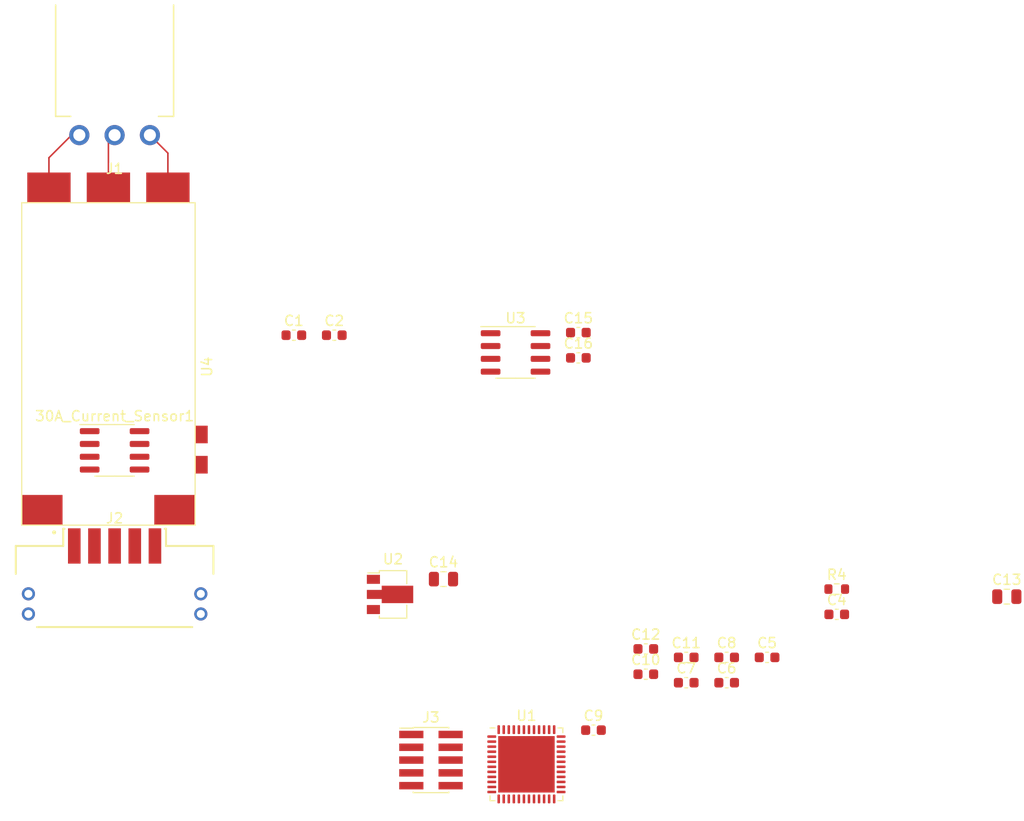
<source format=kicad_pcb>
(kicad_pcb (version 20171130) (host pcbnew "(5.1.8-0-10_14)")

  (general
    (thickness 1.6)
    (drawings 0)
    (tracks 8)
    (zones 0)
    (modules 24)
    (nets 52)
  )

  (page A4)
  (layers
    (0 F.Cu signal)
    (31 B.Cu signal)
    (32 B.Adhes user)
    (33 F.Adhes user)
    (34 B.Paste user)
    (35 F.Paste user)
    (36 B.SilkS user)
    (37 F.SilkS user)
    (38 B.Mask user)
    (39 F.Mask user)
    (40 Dwgs.User user)
    (41 Cmts.User user)
    (42 Eco1.User user)
    (43 Eco2.User user)
    (44 Edge.Cuts user)
    (45 Margin user)
    (46 B.CrtYd user)
    (47 F.CrtYd user)
    (48 B.Fab user)
    (49 F.Fab user)
  )

  (setup
    (last_trace_width 0.1524)
    (trace_clearance 0.1524)
    (zone_clearance 0.508)
    (zone_45_only no)
    (trace_min 0.1524)
    (via_size 0.5588)
    (via_drill 0.254)
    (via_min_size 0.5588)
    (via_min_drill 0.254)
    (uvia_size 0.3)
    (uvia_drill 0.1)
    (uvias_allowed no)
    (uvia_min_size 0.2)
    (uvia_min_drill 0.1)
    (edge_width 0.1)
    (segment_width 0.2)
    (pcb_text_width 0.3)
    (pcb_text_size 1.5 1.5)
    (mod_edge_width 0.15)
    (mod_text_size 1 1)
    (mod_text_width 0.15)
    (pad_size 1.524 1.524)
    (pad_drill 0.762)
    (pad_to_mask_clearance 0)
    (aux_axis_origin 0 0)
    (visible_elements FFFFFF7F)
    (pcbplotparams
      (layerselection 0x010fc_ffffffff)
      (usegerberextensions false)
      (usegerberattributes true)
      (usegerberadvancedattributes true)
      (creategerberjobfile true)
      (excludeedgelayer true)
      (linewidth 0.100000)
      (plotframeref false)
      (viasonmask false)
      (mode 1)
      (useauxorigin false)
      (hpglpennumber 1)
      (hpglpenspeed 20)
      (hpglpendiameter 15.000000)
      (psnegative false)
      (psa4output false)
      (plotreference true)
      (plotvalue true)
      (plotinvisibletext false)
      (padsonsilk false)
      (subtractmaskfromsilk false)
      (outputformat 1)
      (mirror false)
      (drillshape 1)
      (scaleselection 1)
      (outputdirectory ""))
  )

  (net 0 "")
  (net 1 GND)
  (net 2 /DBG2)
  (net 3 /DBG1)
  (net 4 /RST)
  (net 5 +3V3)
  (net 6 +5V)
  (net 7 +12V)
  (net 8 /CAN/CANH)
  (net 9 /CAN/CANL)
  (net 10 "/NOGGIN/PA9(UART_TX)")
  (net 11 "/NOGGIN/PA10(UART_RX)")
  (net 12 "Net-(J3-Pad6)")
  (net 13 /NOGGIN/SWCLK)
  (net 14 /NOGGIN/SWDIO)
  (net 15 /LED_B)
  (net 16 /LED_G)
  (net 17 /LED_R)
  (net 18 "Net-(R4-Pad1)")
  (net 19 /NOGGIN/PB9)
  (net 20 /NOGGIN/PB8)
  (net 21 "/NOGGIN/PB7(SDA)")
  (net 22 "/NOGGIN/PB6(SCL)")
  (net 23 /NOGGIN/PB5)
  (net 24 /NOGGIN/PB4)
  (net 25 /NOGGIN/PB3)
  (net 26 /NOGGIN/PA15)
  (net 27 /CAN_TX)
  (net 28 /CAN_RX)
  (net 29 /NOGGIN/PA8)
  (net 30 /NOGGIN/PB15)
  (net 31 /NOGGIN/PB14)
  (net 32 /NOGGIN/PB13)
  (net 33 /NOGGIN/PB12)
  (net 34 /NOGGIN/PB11)
  (net 35 /NOGGIN/PB10)
  (net 36 /NOGGIN/PB2)
  (net 37 /NOGGIN/PB1)
  (net 38 /NOGGIN/PB0)
  (net 39 /NOGGIN/PA7)
  (net 40 "/NOGGIN/PA5(DAC2)")
  (net 41 /NOGGIN/PA3)
  (net 42 /NOGGIN/PA2)
  (net 43 /NOGGIN/PA1)
  (net 44 /NOGGIN/PA0)
  (net 45 /CURR_OUT)
  (net 46 "Net-(30A_Current_Sensor1-Pad6)")
  (net 47 "Net-(30A_Current_Sensor1-Pad1)")
  (net 48 "Net-(J1-Pad3)")
  (net 49 "Net-(J1-Pad2)")
  (net 50 "Net-(J1-Pad1)")
  (net 51 /ESC_SIG)

  (net_class Default "This is the default net class."
    (clearance 0.1524)
    (trace_width 0.1524)
    (via_dia 0.5588)
    (via_drill 0.254)
    (uvia_dia 0.3)
    (uvia_drill 0.1)
    (add_net +12V)
    (add_net +3V3)
    (add_net +5V)
    (add_net /CAN/CANH)
    (add_net /CAN/CANL)
    (add_net /CAN_RX)
    (add_net /CAN_TX)
    (add_net /CURR_OUT)
    (add_net /DBG1)
    (add_net /DBG2)
    (add_net /ESC_SIG)
    (add_net /LED_B)
    (add_net /LED_G)
    (add_net /LED_R)
    (add_net /NOGGIN/PA0)
    (add_net /NOGGIN/PA1)
    (add_net "/NOGGIN/PA10(UART_RX)")
    (add_net /NOGGIN/PA15)
    (add_net /NOGGIN/PA2)
    (add_net /NOGGIN/PA3)
    (add_net "/NOGGIN/PA5(DAC2)")
    (add_net /NOGGIN/PA7)
    (add_net /NOGGIN/PA8)
    (add_net "/NOGGIN/PA9(UART_TX)")
    (add_net /NOGGIN/PB0)
    (add_net /NOGGIN/PB1)
    (add_net /NOGGIN/PB10)
    (add_net /NOGGIN/PB11)
    (add_net /NOGGIN/PB12)
    (add_net /NOGGIN/PB13)
    (add_net /NOGGIN/PB14)
    (add_net /NOGGIN/PB15)
    (add_net /NOGGIN/PB2)
    (add_net /NOGGIN/PB3)
    (add_net /NOGGIN/PB4)
    (add_net /NOGGIN/PB5)
    (add_net "/NOGGIN/PB6(SCL)")
    (add_net "/NOGGIN/PB7(SDA)")
    (add_net /NOGGIN/PB8)
    (add_net /NOGGIN/PB9)
    (add_net /NOGGIN/SWCLK)
    (add_net /NOGGIN/SWDIO)
    (add_net /RST)
    (add_net GND)
    (add_net "Net-(30A_Current_Sensor1-Pad1)")
    (add_net "Net-(30A_Current_Sensor1-Pad6)")
    (add_net "Net-(J1-Pad1)")
    (add_net "Net-(J1-Pad2)")
    (add_net "Net-(J1-Pad3)")
    (add_net "Net-(J3-Pad6)")
    (add_net "Net-(R4-Pad1)")
  )

  (module Capacitor_SMD:C_0603_1608Metric (layer F.Cu) (tedit 5F68FEEE) (tstamp 6027D0E1)
    (at 144.98 83.82)
    (descr "Capacitor SMD 0603 (1608 Metric), square (rectangular) end terminal, IPC_7351 nominal, (Body size source: IPC-SM-782 page 76, https://www.pcb-3d.com/wordpress/wp-content/uploads/ipc-sm-782a_amendment_1_and_2.pdf), generated with kicad-footprint-generator")
    (tags capacitor)
    (path /60284D81)
    (attr smd)
    (fp_text reference C2 (at 0 -1.43) (layer F.SilkS)
      (effects (font (size 1 1) (thickness 0.15)))
    )
    (fp_text value DNP (at 0 1.43) (layer F.Fab)
      (effects (font (size 1 1) (thickness 0.15)))
    )
    (fp_text user %R (at 0 0) (layer F.Fab)
      (effects (font (size 0.4 0.4) (thickness 0.06)))
    )
    (fp_line (start -0.8 0.4) (end -0.8 -0.4) (layer F.Fab) (width 0.1))
    (fp_line (start -0.8 -0.4) (end 0.8 -0.4) (layer F.Fab) (width 0.1))
    (fp_line (start 0.8 -0.4) (end 0.8 0.4) (layer F.Fab) (width 0.1))
    (fp_line (start 0.8 0.4) (end -0.8 0.4) (layer F.Fab) (width 0.1))
    (fp_line (start -0.14058 -0.51) (end 0.14058 -0.51) (layer F.SilkS) (width 0.12))
    (fp_line (start -0.14058 0.51) (end 0.14058 0.51) (layer F.SilkS) (width 0.12))
    (fp_line (start -1.48 0.73) (end -1.48 -0.73) (layer F.CrtYd) (width 0.05))
    (fp_line (start -1.48 -0.73) (end 1.48 -0.73) (layer F.CrtYd) (width 0.05))
    (fp_line (start 1.48 -0.73) (end 1.48 0.73) (layer F.CrtYd) (width 0.05))
    (fp_line (start 1.48 0.73) (end -1.48 0.73) (layer F.CrtYd) (width 0.05))
    (pad 2 smd roundrect (at 0.775 0) (size 0.9 0.95) (layers F.Cu F.Paste F.Mask) (roundrect_rratio 0.25)
      (net 46 "Net-(30A_Current_Sensor1-Pad6)"))
    (pad 1 smd roundrect (at -0.775 0) (size 0.9 0.95) (layers F.Cu F.Paste F.Mask) (roundrect_rratio 0.25)
      (net 1 GND))
    (model ${KISYS3DMOD}/Capacitor_SMD.3dshapes/C_0603_1608Metric.wrl
      (at (xyz 0 0 0))
      (scale (xyz 1 1 1))
      (rotate (xyz 0 0 0))
    )
  )

  (module Capacitor_SMD:C_0603_1608Metric (layer F.Cu) (tedit 5F68FEEE) (tstamp 6027D0D0)
    (at 140.97 83.82)
    (descr "Capacitor SMD 0603 (1608 Metric), square (rectangular) end terminal, IPC_7351 nominal, (Body size source: IPC-SM-782 page 76, https://www.pcb-3d.com/wordpress/wp-content/uploads/ipc-sm-782a_amendment_1_and_2.pdf), generated with kicad-footprint-generator")
    (tags capacitor)
    (path /60280269)
    (attr smd)
    (fp_text reference C1 (at 0 -1.43) (layer F.SilkS)
      (effects (font (size 1 1) (thickness 0.15)))
    )
    (fp_text value 100n (at 0 1.43) (layer F.Fab)
      (effects (font (size 1 1) (thickness 0.15)))
    )
    (fp_text user %R (at 0 0) (layer F.Fab)
      (effects (font (size 0.4 0.4) (thickness 0.06)))
    )
    (fp_line (start -0.8 0.4) (end -0.8 -0.4) (layer F.Fab) (width 0.1))
    (fp_line (start -0.8 -0.4) (end 0.8 -0.4) (layer F.Fab) (width 0.1))
    (fp_line (start 0.8 -0.4) (end 0.8 0.4) (layer F.Fab) (width 0.1))
    (fp_line (start 0.8 0.4) (end -0.8 0.4) (layer F.Fab) (width 0.1))
    (fp_line (start -0.14058 -0.51) (end 0.14058 -0.51) (layer F.SilkS) (width 0.12))
    (fp_line (start -0.14058 0.51) (end 0.14058 0.51) (layer F.SilkS) (width 0.12))
    (fp_line (start -1.48 0.73) (end -1.48 -0.73) (layer F.CrtYd) (width 0.05))
    (fp_line (start -1.48 -0.73) (end 1.48 -0.73) (layer F.CrtYd) (width 0.05))
    (fp_line (start 1.48 -0.73) (end 1.48 0.73) (layer F.CrtYd) (width 0.05))
    (fp_line (start 1.48 0.73) (end -1.48 0.73) (layer F.CrtYd) (width 0.05))
    (pad 2 smd roundrect (at 0.775 0) (size 0.9 0.95) (layers F.Cu F.Paste F.Mask) (roundrect_rratio 0.25)
      (net 5 +3V3))
    (pad 1 smd roundrect (at -0.775 0) (size 0.9 0.95) (layers F.Cu F.Paste F.Mask) (roundrect_rratio 0.25)
      (net 1 GND))
    (model ${KISYS3DMOD}/Capacitor_SMD.3dshapes/C_0603_1608Metric.wrl
      (at (xyz 0 0 0))
      (scale (xyz 1 1 1))
      (rotate (xyz 0 0 0))
    )
  )

  (module extraparts:Molex_UltraFit_RH_3pin (layer F.Cu) (tedit 6025C887) (tstamp 6027C333)
    (at 123.19 50.8 180)
    (path /60281376)
    (fp_text reference J1 (at 0 -16.5) (layer F.SilkS)
      (effects (font (size 1 1) (thickness 0.15)))
    )
    (fp_text value Conn_01x03 (at 0 -18) (layer F.Fab)
      (effects (font (size 1 1) (thickness 0.15)))
    )
    (fp_line (start -5.75 0) (end 5.75 0) (layer F.Fab) (width 0.12))
    (fp_line (start 6 0) (end -6 0) (layer F.CrtYd) (width 0.12))
    (fp_line (start 6 -15.75) (end 6 0) (layer F.CrtYd) (width 0.12))
    (fp_line (start -6 -15.75) (end 6 -15.75) (layer F.CrtYd) (width 0.12))
    (fp_line (start -6 0) (end -6 -15.75) (layer F.CrtYd) (width 0.12))
    (fp_line (start 4.35 -11.3) (end 5.85 -11.3) (layer F.SilkS) (width 0.15))
    (fp_line (start 5.85 -0.25) (end 5.85 -11.3) (layer F.SilkS) (width 0.15))
    (fp_line (start -4.35 -11.3) (end -5.85 -11.3) (layer F.SilkS) (width 0.15))
    (fp_line (start -5.85 -0.25) (end -5.85 -11.3) (layer F.SilkS) (width 0.15))
    (fp_text user "PCB Edge" (at 0 -0.75) (layer F.Fab)
      (effects (font (size 0.5 0.5) (thickness 0.1)))
    )
    (pad "" np_thru_hole circle (at 0 -5.25 180) (size 3.2 3.2) (drill 3.2) (layers *.Cu *.Mask))
    (pad 3 thru_hole circle (at -3.5 -13.16 180) (size 2 2) (drill 1.2) (layers *.Cu *.Mask)
      (net 48 "Net-(J1-Pad3)"))
    (pad 2 thru_hole circle (at 0 -13.16 180) (size 2 2) (drill 1.2) (layers *.Cu *.Mask)
      (net 49 "Net-(J1-Pad2)"))
    (pad 1 thru_hole circle (at 3.5 -13.16 180) (size 2 2) (drill 1.2) (layers *.Cu *.Mask)
      (net 50 "Net-(J1-Pad1)"))
    (model :extraparts3d:1723101103.stp
      (offset (xyz 0 8.1 3))
      (scale (xyz 1 1 1))
      (rotate (xyz -90 0 0))
    )
  )

  (module extraparts:Samtec_mPOWER_UMPT_RA_5pin (layer F.Cu) (tedit 5FE3297F) (tstamp 6027C355)
    (at 123.19 110.49)
    (path /60289039)
    (fp_text reference J2 (at 0 -8.5) (layer F.SilkS)
      (effects (font (size 1 1) (thickness 0.15)))
    )
    (fp_text value Conn_01x05 (at 0 4.75) (layer F.Fab)
      (effects (font (size 1 1) (thickness 0.15)))
    )
    (fp_line (start 10.75 -2.88) (end 10.75 2.95) (layer F.CrtYd) (width 0.05))
    (fp_line (start 10.05 -2.88) (end 10.75 -2.88) (layer F.CrtYd) (width 0.05))
    (fp_line (start 9.8 -5.75) (end 9.8 -2.98) (layer F.SilkS) (width 0.2))
    (fp_line (start -9.8 -5.75) (end -9.8 -2.98) (layer F.SilkS) (width 0.2))
    (fp_line (start -10.75 -2.88) (end -10.75 2.95) (layer F.CrtYd) (width 0.05))
    (fp_line (start -10.05 -2.88) (end -10.75 -2.88) (layer F.CrtYd) (width 0.05))
    (fp_poly (pts (xy 8.05 0.35) (xy 10.5 0.35) (xy 10.5 2.63) (xy 8.05 2.63)) (layer F.Paste) (width 0.01))
    (fp_poly (pts (xy 8.05 -2.63) (xy 10.5 -2.63) (xy 10.5 -0.35) (xy 8.05 -0.35)) (layer F.Paste) (width 0.01))
    (fp_poly (pts (xy -10.5 0.35) (xy -8.05 0.35) (xy -8.05 2.63) (xy -10.5 2.63)) (layer F.Paste) (width 0.01))
    (fp_poly (pts (xy -10.5 -2.63) (xy -8.05 -2.63) (xy -8.05 -0.35) (xy -10.5 -0.35)) (layer F.Paste) (width 0.01))
    (fp_circle (center -6 -7.1) (end -5.9 -7.1) (layer F.SilkS) (width 0.2))
    (fp_circle (center -6 -7.1) (end -5.9 -7.1) (layer F.Fab) (width 0.2))
    (fp_line (start -10.75 2.95) (end 10.75 2.95) (layer F.CrtYd) (width 0.05))
    (fp_line (start -10.05 -2.88) (end -10.05 -6) (layer F.CrtYd) (width 0.05))
    (fp_line (start 10.05 -6) (end 10.05 -2.88) (layer F.CrtYd) (width 0.05))
    (fp_line (start 5.35 -6) (end 10.05 -6) (layer F.CrtYd) (width 0.05))
    (fp_line (start 5.35 -7.75) (end 5.35 -6) (layer F.CrtYd) (width 0.05))
    (fp_line (start -5.35 -7.75) (end 5.35 -7.75) (layer F.CrtYd) (width 0.05))
    (fp_line (start -5.35 -6) (end -5.35 -7.75) (layer F.CrtYd) (width 0.05))
    (fp_line (start -10.05 -6) (end -5.35 -6) (layer F.CrtYd) (width 0.05))
    (fp_line (start 4.975 -7.45) (end 5.1 -7.45) (layer F.SilkS) (width 0.2))
    (fp_line (start -5.1 -7.45) (end -4.975 -7.45) (layer F.SilkS) (width 0.2))
    (fp_line (start 7.7 2.3) (end -7.7 2.3) (layer F.SilkS) (width 0.2))
    (fp_line (start 5.1 -5.75) (end 9.8 -5.75) (layer F.SilkS) (width 0.2))
    (fp_line (start 5.1 -7.45) (end 5.1 -5.75) (layer F.SilkS) (width 0.2))
    (fp_line (start -5.1 -5.75) (end -5.1 -7.45) (layer F.SilkS) (width 0.2))
    (fp_line (start -9.8 -5.75) (end -5.1 -5.75) (layer F.SilkS) (width 0.2))
    (fp_line (start -9.8 2.7) (end 9.8 2.7) (layer F.Fab) (width 0.1))
    (fp_line (start -9.8 2.3) (end -9.8 -5.75) (layer F.Fab) (width 0.1))
    (fp_line (start 9.8 2.3) (end -9.8 2.3) (layer F.Fab) (width 0.1))
    (fp_line (start 9.8 -5.75) (end 9.8 2.3) (layer F.Fab) (width 0.1))
    (fp_line (start 5.1 -5.75) (end 9.8 -5.75) (layer F.Fab) (width 0.1))
    (fp_line (start 5.1 -7.45) (end 5.1 -5.75) (layer F.Fab) (width 0.1))
    (fp_line (start -5.1 -7.45) (end 5.1 -7.45) (layer F.Fab) (width 0.1))
    (fp_line (start -5.1 -5.75) (end -5.1 -7.45) (layer F.Fab) (width 0.1))
    (fp_line (start -9.8 -5.75) (end -5.1 -5.75) (layer F.Fab) (width 0.1))
    (fp_text user "PCB Edge" (at 0 3.5) (layer F.Fab)
      (effects (font (size 0.5 0.5) (thickness 0.1)))
    )
    (pad 5 smd rect (at 4 -5.75) (size 1.25 3.5) (layers F.Cu F.Paste F.Mask)
      (net 9 /CAN/CANL))
    (pad 4 smd rect (at 2 -5.75) (size 1.25 3.5) (layers F.Cu F.Paste F.Mask)
      (net 8 /CAN/CANH))
    (pad 3 smd rect (at 0 -5.75) (size 1.25 3.5) (layers F.Cu F.Paste F.Mask)
      (net 6 +5V))
    (pad "" thru_hole circle (at 8.55 1) (size 1.308 1.308) (drill 0.8) (layers *.Cu *.Mask))
    (pad "" thru_hole circle (at 8.55 -1) (size 1.308 1.308) (drill 0.8) (layers *.Cu *.Mask))
    (pad "" thru_hole circle (at -8.55 1) (size 1.308 1.308) (drill 0.8) (layers *.Cu *.Mask))
    (pad "" thru_hole circle (at -8.55 -1) (size 1.308 1.308) (drill 0.8) (layers *.Cu *.Mask))
    (pad 2 smd rect (at -2 -5.75) (size 1.25 3.5) (layers F.Cu F.Paste F.Mask)
      (net 1 GND))
    (pad 1 smd rect (at -4 -5.75) (size 1.25 3.5) (layers F.Cu F.Paste F.Mask)
      (net 7 +12V))
  )

  (module BESC:BESC (layer F.Cu) (tedit 602748D6) (tstamp 6027C506)
    (at 122.574999 86.674999 270)
    (path /6027B134)
    (fp_text reference U4 (at 0.2794 -9.779 90) (layer F.SilkS)
      (effects (font (size 1 1) (thickness 0.15)))
    )
    (fp_text value BESC (at 0 9.906 90) (layer F.Fab)
      (effects (font (size 1 1) (thickness 0.15)))
    )
    (fp_line (start 16 8.6) (end 16 -8.6) (layer F.SilkS) (width 0.12))
    (fp_line (start -16 8.6) (end 16 8.6) (layer F.SilkS) (width 0.12))
    (fp_line (start -16 -8.6) (end -16 8.6) (layer F.SilkS) (width 0.12))
    (fp_line (start 16 -8.6) (end -16 -8.6) (layer F.SilkS) (width 0.12))
    (pad 6 smd rect (at -17.5 0 270) (size 3 4.3) (layers F.Cu F.Paste F.Mask)
      (net 49 "Net-(J1-Pad2)"))
    (pad 7 smd rect (at -17.5 5.9 270) (size 3 4.3) (layers F.Cu F.Paste F.Mask)
      (net 50 "Net-(J1-Pad1)"))
    (pad 5 smd rect (at -17.5 -5.9 270) (size 3 4.3) (layers F.Cu F.Paste F.Mask)
      (net 48 "Net-(J1-Pad3)"))
    (pad 2 smd rect (at 7 -9.225 270) (size 1.75 1.25) (layers F.Cu F.Paste F.Mask)
      (net 51 /ESC_SIG))
    (pad 3 smd rect (at 10 -9.225 270) (size 1.75 1.25) (layers F.Cu F.Paste F.Mask)
      (net 1 GND))
    (pad 4 smd rect (at 14.5 -6.55 270) (size 3 4) (layers F.Cu F.Paste F.Mask)
      (net 47 "Net-(30A_Current_Sensor1-Pad1)"))
    (pad 1 smd rect (at 14.5 6.55 270) (size 3 4) (layers F.Cu F.Paste F.Mask)
      (net 1 GND))
  )

  (module Package_SO:SOIC-8_3.9x4.9mm_P1.27mm (layer F.Cu) (tedit 5D9F72B1) (tstamp 6027C170)
    (at 123.19 95.25)
    (descr "SOIC, 8 Pin (JEDEC MS-012AA, https://www.analog.com/media/en/package-pcb-resources/package/pkg_pdf/soic_narrow-r/r_8.pdf), generated with kicad-footprint-generator ipc_gullwing_generator.py")
    (tags "SOIC SO")
    (path /5FB72F21)
    (attr smd)
    (fp_text reference 30A_Current_Sensor1 (at 0 -3.4) (layer F.SilkS)
      (effects (font (size 1 1) (thickness 0.15)))
    )
    (fp_text value ACS725xLCTR-30AB (at 0 3.4) (layer F.Fab)
      (effects (font (size 1 1) (thickness 0.15)))
    )
    (fp_line (start 0 2.56) (end 1.95 2.56) (layer F.SilkS) (width 0.12))
    (fp_line (start 0 2.56) (end -1.95 2.56) (layer F.SilkS) (width 0.12))
    (fp_line (start 0 -2.56) (end 1.95 -2.56) (layer F.SilkS) (width 0.12))
    (fp_line (start 0 -2.56) (end -3.45 -2.56) (layer F.SilkS) (width 0.12))
    (fp_line (start -0.975 -2.45) (end 1.95 -2.45) (layer F.Fab) (width 0.1))
    (fp_line (start 1.95 -2.45) (end 1.95 2.45) (layer F.Fab) (width 0.1))
    (fp_line (start 1.95 2.45) (end -1.95 2.45) (layer F.Fab) (width 0.1))
    (fp_line (start -1.95 2.45) (end -1.95 -1.475) (layer F.Fab) (width 0.1))
    (fp_line (start -1.95 -1.475) (end -0.975 -2.45) (layer F.Fab) (width 0.1))
    (fp_line (start -3.7 -2.7) (end -3.7 2.7) (layer F.CrtYd) (width 0.05))
    (fp_line (start -3.7 2.7) (end 3.7 2.7) (layer F.CrtYd) (width 0.05))
    (fp_line (start 3.7 2.7) (end 3.7 -2.7) (layer F.CrtYd) (width 0.05))
    (fp_line (start 3.7 -2.7) (end -3.7 -2.7) (layer F.CrtYd) (width 0.05))
    (fp_text user %R (at 0 0) (layer F.Fab)
      (effects (font (size 0.98 0.98) (thickness 0.15)))
    )
    (pad 8 smd roundrect (at 2.475 -1.905) (size 1.95 0.6) (layers F.Cu F.Paste F.Mask) (roundrect_rratio 0.25)
      (net 5 +3V3))
    (pad 7 smd roundrect (at 2.475 -0.635) (size 1.95 0.6) (layers F.Cu F.Paste F.Mask) (roundrect_rratio 0.25)
      (net 45 /CURR_OUT))
    (pad 6 smd roundrect (at 2.475 0.635) (size 1.95 0.6) (layers F.Cu F.Paste F.Mask) (roundrect_rratio 0.25)
      (net 46 "Net-(30A_Current_Sensor1-Pad6)"))
    (pad 5 smd roundrect (at 2.475 1.905) (size 1.95 0.6) (layers F.Cu F.Paste F.Mask) (roundrect_rratio 0.25)
      (net 1 GND))
    (pad 4 smd roundrect (at -2.475 1.905) (size 1.95 0.6) (layers F.Cu F.Paste F.Mask) (roundrect_rratio 0.25)
      (net 7 +12V))
    (pad 3 smd roundrect (at -2.475 0.635) (size 1.95 0.6) (layers F.Cu F.Paste F.Mask) (roundrect_rratio 0.25)
      (net 7 +12V))
    (pad 2 smd roundrect (at -2.475 -0.635) (size 1.95 0.6) (layers F.Cu F.Paste F.Mask) (roundrect_rratio 0.25)
      (net 47 "Net-(30A_Current_Sensor1-Pad1)"))
    (pad 1 smd roundrect (at -2.475 -1.905) (size 1.95 0.6) (layers F.Cu F.Paste F.Mask) (roundrect_rratio 0.25)
      (net 47 "Net-(30A_Current_Sensor1-Pad1)"))
    (model ${KISYS3DMOD}/Package_SO.3dshapes/SOIC-8_3.9x4.9mm_P1.27mm.wrl
      (at (xyz 0 0 0))
      (scale (xyz 1 1 1))
      (rotate (xyz 0 0 0))
    )
  )

  (module Package_SO:SOIC-8_3.9x4.9mm_P1.27mm (layer F.Cu) (tedit 5D9F72B1) (tstamp 5F9EFA1B)
    (at 162.96 85.53)
    (descr "SOIC, 8 Pin (JEDEC MS-012AA, https://www.analog.com/media/en/package-pcb-resources/package/pkg_pdf/soic_narrow-r/r_8.pdf), generated with kicad-footprint-generator ipc_gullwing_generator.py")
    (tags "SOIC SO")
    (path /5FA798F2/5FA700F5)
    (attr smd)
    (fp_text reference U3 (at 0 -3.4) (layer F.SilkS)
      (effects (font (size 1 1) (thickness 0.15)))
    )
    (fp_text value ATA6561 (at 0 3.4) (layer F.Fab)
      (effects (font (size 1 1) (thickness 0.15)))
    )
    (fp_line (start 0 2.56) (end 1.95 2.56) (layer F.SilkS) (width 0.12))
    (fp_line (start 0 2.56) (end -1.95 2.56) (layer F.SilkS) (width 0.12))
    (fp_line (start 0 -2.56) (end 1.95 -2.56) (layer F.SilkS) (width 0.12))
    (fp_line (start 0 -2.56) (end -3.45 -2.56) (layer F.SilkS) (width 0.12))
    (fp_line (start -0.975 -2.45) (end 1.95 -2.45) (layer F.Fab) (width 0.1))
    (fp_line (start 1.95 -2.45) (end 1.95 2.45) (layer F.Fab) (width 0.1))
    (fp_line (start 1.95 2.45) (end -1.95 2.45) (layer F.Fab) (width 0.1))
    (fp_line (start -1.95 2.45) (end -1.95 -1.475) (layer F.Fab) (width 0.1))
    (fp_line (start -1.95 -1.475) (end -0.975 -2.45) (layer F.Fab) (width 0.1))
    (fp_line (start -3.7 -2.7) (end -3.7 2.7) (layer F.CrtYd) (width 0.05))
    (fp_line (start -3.7 2.7) (end 3.7 2.7) (layer F.CrtYd) (width 0.05))
    (fp_line (start 3.7 2.7) (end 3.7 -2.7) (layer F.CrtYd) (width 0.05))
    (fp_line (start 3.7 -2.7) (end -3.7 -2.7) (layer F.CrtYd) (width 0.05))
    (fp_text user %R (at 0 0) (layer F.Fab)
      (effects (font (size 0.98 0.98) (thickness 0.15)))
    )
    (pad 8 smd roundrect (at 2.475 -1.905) (size 1.95 0.6) (layers F.Cu F.Paste F.Mask) (roundrect_rratio 0.25)
      (net 1 GND))
    (pad 7 smd roundrect (at 2.475 -0.635) (size 1.95 0.6) (layers F.Cu F.Paste F.Mask) (roundrect_rratio 0.25)
      (net 8 /CAN/CANH))
    (pad 6 smd roundrect (at 2.475 0.635) (size 1.95 0.6) (layers F.Cu F.Paste F.Mask) (roundrect_rratio 0.25)
      (net 9 /CAN/CANL))
    (pad 5 smd roundrect (at 2.475 1.905) (size 1.95 0.6) (layers F.Cu F.Paste F.Mask) (roundrect_rratio 0.25)
      (net 5 +3V3))
    (pad 4 smd roundrect (at -2.475 1.905) (size 1.95 0.6) (layers F.Cu F.Paste F.Mask) (roundrect_rratio 0.25)
      (net 28 /CAN_RX))
    (pad 3 smd roundrect (at -2.475 0.635) (size 1.95 0.6) (layers F.Cu F.Paste F.Mask) (roundrect_rratio 0.25)
      (net 6 +5V))
    (pad 2 smd roundrect (at -2.475 -0.635) (size 1.95 0.6) (layers F.Cu F.Paste F.Mask) (roundrect_rratio 0.25)
      (net 1 GND))
    (pad 1 smd roundrect (at -2.475 -1.905) (size 1.95 0.6) (layers F.Cu F.Paste F.Mask) (roundrect_rratio 0.25)
      (net 27 /CAN_TX))
    (model ${KISYS3DMOD}/Package_SO.3dshapes/SOIC-8_3.9x4.9mm_P1.27mm.wrl
      (at (xyz 0 0 0))
      (scale (xyz 1 1 1))
      (rotate (xyz 0 0 0))
    )
  )

  (module Package_TO_SOT_SMD:SOT-89-3 (layer F.Cu) (tedit 5C33D6E8) (tstamp 5F9EFA01)
    (at 150.51 109.55)
    (descr "SOT-89-3, http://ww1.microchip.com/downloads/en/DeviceDoc/3L_SOT-89_MB_C04-029C.pdf")
    (tags SOT-89-3)
    (path /5FA67030/5E64574D)
    (attr smd)
    (fp_text reference U2 (at 0.3 -3.5) (layer F.SilkS)
      (effects (font (size 1 1) (thickness 0.15)))
    )
    (fp_text value AZ1117-3.3 (at 0.3 3.5) (layer F.Fab)
      (effects (font (size 1 1) (thickness 0.15)))
    )
    (fp_line (start 1.66 1.05) (end 1.66 2.36) (layer F.SilkS) (width 0.12))
    (fp_line (start 1.66 2.36) (end -1.06 2.36) (layer F.SilkS) (width 0.12))
    (fp_line (start -2.2 -2.13) (end -1.06 -2.13) (layer F.SilkS) (width 0.12))
    (fp_line (start 1.66 -2.36) (end 1.66 -1.05) (layer F.SilkS) (width 0.12))
    (fp_line (start -0.95 -1.25) (end 0.05 -2.25) (layer F.Fab) (width 0.1))
    (fp_line (start 1.55 -2.25) (end 1.55 2.25) (layer F.Fab) (width 0.1))
    (fp_line (start 1.55 2.25) (end -0.95 2.25) (layer F.Fab) (width 0.1))
    (fp_line (start -0.95 2.25) (end -0.95 -1.25) (layer F.Fab) (width 0.1))
    (fp_line (start 0.05 -2.25) (end 1.55 -2.25) (layer F.Fab) (width 0.1))
    (fp_line (start 2.55 -2.5) (end 2.55 2.5) (layer F.CrtYd) (width 0.05))
    (fp_line (start 2.55 -2.5) (end -2.55 -2.5) (layer F.CrtYd) (width 0.05))
    (fp_line (start -2.55 2.5) (end 2.55 2.5) (layer F.CrtYd) (width 0.05))
    (fp_line (start -2.55 2.5) (end -2.55 -2.5) (layer F.CrtYd) (width 0.05))
    (fp_line (start -1.06 -2.36) (end 1.66 -2.36) (layer F.SilkS) (width 0.12))
    (fp_line (start -1.06 -2.36) (end -1.06 -2.13) (layer F.SilkS) (width 0.12))
    (fp_line (start -1.06 2.36) (end -1.06 2.13) (layer F.SilkS) (width 0.12))
    (fp_text user %R (at 0.5 0 90) (layer F.Fab)
      (effects (font (size 1 1) (thickness 0.15)))
    )
    (pad 2 smd custom (at -1.5625 0) (size 1.475 0.9) (layers F.Cu F.Paste F.Mask)
      (net 5 +3V3) (zone_connect 2)
      (options (clearance outline) (anchor rect))
      (primitives
        (gr_poly (pts
           (xy 0.7375 -0.8665) (xy 3.8625 -0.8665) (xy 3.8625 0.8665) (xy 0.7375 0.8665)) (width 0))
      ))
    (pad 3 smd rect (at -1.65 1.5) (size 1.3 0.9) (layers F.Cu F.Paste F.Mask)
      (net 6 +5V))
    (pad 1 smd rect (at -1.65 -1.5) (size 1.3 0.9) (layers F.Cu F.Paste F.Mask)
      (net 1 GND))
    (model ${KISYS3DMOD}/Package_TO_SOT_SMD.3dshapes/SOT-89-3.wrl
      (at (xyz 0 0 0))
      (scale (xyz 1 1 1))
      (rotate (xyz 0 0 0))
    )
  )

  (module Package_DFN_QFN:QFN-48-1EP_7x7mm_P0.5mm_EP5.6x5.6mm (layer F.Cu) (tedit 5DC5F6A5) (tstamp 6027D1DD)
    (at 164.04 126.41)
    (descr "QFN, 48 Pin (http://www.st.com/resource/en/datasheet/stm32f042k6.pdf#page=94), generated with kicad-footprint-generator ipc_noLead_generator.py")
    (tags "QFN NoLead")
    (path /5FA49801/5F9F368E)
    (attr smd)
    (fp_text reference U1 (at 0 -4.82) (layer F.SilkS)
      (effects (font (size 1 1) (thickness 0.15)))
    )
    (fp_text value STM32F072CBUx (at 0 4.82) (layer F.Fab)
      (effects (font (size 1 1) (thickness 0.15)))
    )
    (fp_line (start 3.135 -3.61) (end 3.61 -3.61) (layer F.SilkS) (width 0.12))
    (fp_line (start 3.61 -3.61) (end 3.61 -3.135) (layer F.SilkS) (width 0.12))
    (fp_line (start -3.135 3.61) (end -3.61 3.61) (layer F.SilkS) (width 0.12))
    (fp_line (start -3.61 3.61) (end -3.61 3.135) (layer F.SilkS) (width 0.12))
    (fp_line (start 3.135 3.61) (end 3.61 3.61) (layer F.SilkS) (width 0.12))
    (fp_line (start 3.61 3.61) (end 3.61 3.135) (layer F.SilkS) (width 0.12))
    (fp_line (start -3.135 -3.61) (end -3.61 -3.61) (layer F.SilkS) (width 0.12))
    (fp_line (start -2.5 -3.5) (end 3.5 -3.5) (layer F.Fab) (width 0.1))
    (fp_line (start 3.5 -3.5) (end 3.5 3.5) (layer F.Fab) (width 0.1))
    (fp_line (start 3.5 3.5) (end -3.5 3.5) (layer F.Fab) (width 0.1))
    (fp_line (start -3.5 3.5) (end -3.5 -2.5) (layer F.Fab) (width 0.1))
    (fp_line (start -3.5 -2.5) (end -2.5 -3.5) (layer F.Fab) (width 0.1))
    (fp_line (start -4.12 -4.12) (end -4.12 4.12) (layer F.CrtYd) (width 0.05))
    (fp_line (start -4.12 4.12) (end 4.12 4.12) (layer F.CrtYd) (width 0.05))
    (fp_line (start 4.12 4.12) (end 4.12 -4.12) (layer F.CrtYd) (width 0.05))
    (fp_line (start 4.12 -4.12) (end -4.12 -4.12) (layer F.CrtYd) (width 0.05))
    (fp_text user %R (at 0 0) (layer F.Fab)
      (effects (font (size 1 1) (thickness 0.15)))
    )
    (pad "" smd roundrect (at 2.1 2.1) (size 1.13 1.13) (layers F.Paste) (roundrect_rratio 0.221239))
    (pad "" smd roundrect (at 2.1 0.7) (size 1.13 1.13) (layers F.Paste) (roundrect_rratio 0.221239))
    (pad "" smd roundrect (at 2.1 -0.7) (size 1.13 1.13) (layers F.Paste) (roundrect_rratio 0.221239))
    (pad "" smd roundrect (at 2.1 -2.1) (size 1.13 1.13) (layers F.Paste) (roundrect_rratio 0.221239))
    (pad "" smd roundrect (at 0.7 2.1) (size 1.13 1.13) (layers F.Paste) (roundrect_rratio 0.221239))
    (pad "" smd roundrect (at 0.7 0.7) (size 1.13 1.13) (layers F.Paste) (roundrect_rratio 0.221239))
    (pad "" smd roundrect (at 0.7 -0.7) (size 1.13 1.13) (layers F.Paste) (roundrect_rratio 0.221239))
    (pad "" smd roundrect (at 0.7 -2.1) (size 1.13 1.13) (layers F.Paste) (roundrect_rratio 0.221239))
    (pad "" smd roundrect (at -0.7 2.1) (size 1.13 1.13) (layers F.Paste) (roundrect_rratio 0.221239))
    (pad "" smd roundrect (at -0.7 0.7) (size 1.13 1.13) (layers F.Paste) (roundrect_rratio 0.221239))
    (pad "" smd roundrect (at -0.7 -0.7) (size 1.13 1.13) (layers F.Paste) (roundrect_rratio 0.221239))
    (pad "" smd roundrect (at -0.7 -2.1) (size 1.13 1.13) (layers F.Paste) (roundrect_rratio 0.221239))
    (pad "" smd roundrect (at -2.1 2.1) (size 1.13 1.13) (layers F.Paste) (roundrect_rratio 0.221239))
    (pad "" smd roundrect (at -2.1 0.7) (size 1.13 1.13) (layers F.Paste) (roundrect_rratio 0.221239))
    (pad "" smd roundrect (at -2.1 -0.7) (size 1.13 1.13) (layers F.Paste) (roundrect_rratio 0.221239))
    (pad "" smd roundrect (at -2.1 -2.1) (size 1.13 1.13) (layers F.Paste) (roundrect_rratio 0.221239))
    (pad 49 smd rect (at 0 0) (size 5.6 5.6) (layers F.Cu F.Mask)
      (net 1 GND))
    (pad 48 smd roundrect (at -2.75 -3.4375) (size 0.25 0.875) (layers F.Cu F.Paste F.Mask) (roundrect_rratio 0.25)
      (net 5 +3V3))
    (pad 47 smd roundrect (at -2.25 -3.4375) (size 0.25 0.875) (layers F.Cu F.Paste F.Mask) (roundrect_rratio 0.25)
      (net 1 GND))
    (pad 46 smd roundrect (at -1.75 -3.4375) (size 0.25 0.875) (layers F.Cu F.Paste F.Mask) (roundrect_rratio 0.25)
      (net 19 /NOGGIN/PB9))
    (pad 45 smd roundrect (at -1.25 -3.4375) (size 0.25 0.875) (layers F.Cu F.Paste F.Mask) (roundrect_rratio 0.25)
      (net 20 /NOGGIN/PB8))
    (pad 44 smd roundrect (at -0.75 -3.4375) (size 0.25 0.875) (layers F.Cu F.Paste F.Mask) (roundrect_rratio 0.25)
      (net 18 "Net-(R4-Pad1)"))
    (pad 43 smd roundrect (at -0.25 -3.4375) (size 0.25 0.875) (layers F.Cu F.Paste F.Mask) (roundrect_rratio 0.25)
      (net 21 "/NOGGIN/PB7(SDA)"))
    (pad 42 smd roundrect (at 0.25 -3.4375) (size 0.25 0.875) (layers F.Cu F.Paste F.Mask) (roundrect_rratio 0.25)
      (net 22 "/NOGGIN/PB6(SCL)"))
    (pad 41 smd roundrect (at 0.75 -3.4375) (size 0.25 0.875) (layers F.Cu F.Paste F.Mask) (roundrect_rratio 0.25)
      (net 23 /NOGGIN/PB5))
    (pad 40 smd roundrect (at 1.25 -3.4375) (size 0.25 0.875) (layers F.Cu F.Paste F.Mask) (roundrect_rratio 0.25)
      (net 24 /NOGGIN/PB4))
    (pad 39 smd roundrect (at 1.75 -3.4375) (size 0.25 0.875) (layers F.Cu F.Paste F.Mask) (roundrect_rratio 0.25)
      (net 25 /NOGGIN/PB3))
    (pad 38 smd roundrect (at 2.25 -3.4375) (size 0.25 0.875) (layers F.Cu F.Paste F.Mask) (roundrect_rratio 0.25)
      (net 26 /NOGGIN/PA15))
    (pad 37 smd roundrect (at 2.75 -3.4375) (size 0.25 0.875) (layers F.Cu F.Paste F.Mask) (roundrect_rratio 0.25)
      (net 13 /NOGGIN/SWCLK))
    (pad 36 smd roundrect (at 3.4375 -2.75) (size 0.875 0.25) (layers F.Cu F.Paste F.Mask) (roundrect_rratio 0.25)
      (net 5 +3V3))
    (pad 35 smd roundrect (at 3.4375 -2.25) (size 0.875 0.25) (layers F.Cu F.Paste F.Mask) (roundrect_rratio 0.25)
      (net 1 GND))
    (pad 34 smd roundrect (at 3.4375 -1.75) (size 0.875 0.25) (layers F.Cu F.Paste F.Mask) (roundrect_rratio 0.25)
      (net 14 /NOGGIN/SWDIO))
    (pad 33 smd roundrect (at 3.4375 -1.25) (size 0.875 0.25) (layers F.Cu F.Paste F.Mask) (roundrect_rratio 0.25)
      (net 27 /CAN_TX))
    (pad 32 smd roundrect (at 3.4375 -0.75) (size 0.875 0.25) (layers F.Cu F.Paste F.Mask) (roundrect_rratio 0.25)
      (net 28 /CAN_RX))
    (pad 31 smd roundrect (at 3.4375 -0.25) (size 0.875 0.25) (layers F.Cu F.Paste F.Mask) (roundrect_rratio 0.25)
      (net 11 "/NOGGIN/PA10(UART_RX)"))
    (pad 30 smd roundrect (at 3.4375 0.25) (size 0.875 0.25) (layers F.Cu F.Paste F.Mask) (roundrect_rratio 0.25)
      (net 10 "/NOGGIN/PA9(UART_TX)"))
    (pad 29 smd roundrect (at 3.4375 0.75) (size 0.875 0.25) (layers F.Cu F.Paste F.Mask) (roundrect_rratio 0.25)
      (net 29 /NOGGIN/PA8))
    (pad 28 smd roundrect (at 3.4375 1.25) (size 0.875 0.25) (layers F.Cu F.Paste F.Mask) (roundrect_rratio 0.25)
      (net 30 /NOGGIN/PB15))
    (pad 27 smd roundrect (at 3.4375 1.75) (size 0.875 0.25) (layers F.Cu F.Paste F.Mask) (roundrect_rratio 0.25)
      (net 31 /NOGGIN/PB14))
    (pad 26 smd roundrect (at 3.4375 2.25) (size 0.875 0.25) (layers F.Cu F.Paste F.Mask) (roundrect_rratio 0.25)
      (net 32 /NOGGIN/PB13))
    (pad 25 smd roundrect (at 3.4375 2.75) (size 0.875 0.25) (layers F.Cu F.Paste F.Mask) (roundrect_rratio 0.25)
      (net 33 /NOGGIN/PB12))
    (pad 24 smd roundrect (at 2.75 3.4375) (size 0.25 0.875) (layers F.Cu F.Paste F.Mask) (roundrect_rratio 0.25)
      (net 5 +3V3))
    (pad 23 smd roundrect (at 2.25 3.4375) (size 0.25 0.875) (layers F.Cu F.Paste F.Mask) (roundrect_rratio 0.25)
      (net 1 GND))
    (pad 22 smd roundrect (at 1.75 3.4375) (size 0.25 0.875) (layers F.Cu F.Paste F.Mask) (roundrect_rratio 0.25)
      (net 34 /NOGGIN/PB11))
    (pad 21 smd roundrect (at 1.25 3.4375) (size 0.25 0.875) (layers F.Cu F.Paste F.Mask) (roundrect_rratio 0.25)
      (net 35 /NOGGIN/PB10))
    (pad 20 smd roundrect (at 0.75 3.4375) (size 0.25 0.875) (layers F.Cu F.Paste F.Mask) (roundrect_rratio 0.25)
      (net 36 /NOGGIN/PB2))
    (pad 19 smd roundrect (at 0.25 3.4375) (size 0.25 0.875) (layers F.Cu F.Paste F.Mask) (roundrect_rratio 0.25)
      (net 37 /NOGGIN/PB1))
    (pad 18 smd roundrect (at -0.25 3.4375) (size 0.25 0.875) (layers F.Cu F.Paste F.Mask) (roundrect_rratio 0.25)
      (net 38 /NOGGIN/PB0))
    (pad 17 smd roundrect (at -0.75 3.4375) (size 0.25 0.875) (layers F.Cu F.Paste F.Mask) (roundrect_rratio 0.25)
      (net 39 /NOGGIN/PA7))
    (pad 16 smd roundrect (at -1.25 3.4375) (size 0.25 0.875) (layers F.Cu F.Paste F.Mask) (roundrect_rratio 0.25)
      (net 45 /CURR_OUT))
    (pad 15 smd roundrect (at -1.75 3.4375) (size 0.25 0.875) (layers F.Cu F.Paste F.Mask) (roundrect_rratio 0.25)
      (net 40 "/NOGGIN/PA5(DAC2)"))
    (pad 14 smd roundrect (at -2.25 3.4375) (size 0.25 0.875) (layers F.Cu F.Paste F.Mask) (roundrect_rratio 0.25)
      (net 51 /ESC_SIG))
    (pad 13 smd roundrect (at -2.75 3.4375) (size 0.25 0.875) (layers F.Cu F.Paste F.Mask) (roundrect_rratio 0.25)
      (net 41 /NOGGIN/PA3))
    (pad 12 smd roundrect (at -3.4375 2.75) (size 0.875 0.25) (layers F.Cu F.Paste F.Mask) (roundrect_rratio 0.25)
      (net 42 /NOGGIN/PA2))
    (pad 11 smd roundrect (at -3.4375 2.25) (size 0.875 0.25) (layers F.Cu F.Paste F.Mask) (roundrect_rratio 0.25)
      (net 43 /NOGGIN/PA1))
    (pad 10 smd roundrect (at -3.4375 1.75) (size 0.875 0.25) (layers F.Cu F.Paste F.Mask) (roundrect_rratio 0.25)
      (net 44 /NOGGIN/PA0))
    (pad 9 smd roundrect (at -3.4375 1.25) (size 0.875 0.25) (layers F.Cu F.Paste F.Mask) (roundrect_rratio 0.25)
      (net 5 +3V3))
    (pad 8 smd roundrect (at -3.4375 0.75) (size 0.875 0.25) (layers F.Cu F.Paste F.Mask) (roundrect_rratio 0.25)
      (net 1 GND))
    (pad 7 smd roundrect (at -3.4375 0.25) (size 0.875 0.25) (layers F.Cu F.Paste F.Mask) (roundrect_rratio 0.25)
      (net 4 /RST))
    (pad 6 smd roundrect (at -3.4375 -0.25) (size 0.875 0.25) (layers F.Cu F.Paste F.Mask) (roundrect_rratio 0.25)
      (net 2 /DBG2))
    (pad 5 smd roundrect (at -3.4375 -0.75) (size 0.875 0.25) (layers F.Cu F.Paste F.Mask) (roundrect_rratio 0.25)
      (net 3 /DBG1))
    (pad 4 smd roundrect (at -3.4375 -1.25) (size 0.875 0.25) (layers F.Cu F.Paste F.Mask) (roundrect_rratio 0.25)
      (net 15 /LED_B))
    (pad 3 smd roundrect (at -3.4375 -1.75) (size 0.875 0.25) (layers F.Cu F.Paste F.Mask) (roundrect_rratio 0.25)
      (net 16 /LED_G))
    (pad 2 smd roundrect (at -3.4375 -2.25) (size 0.875 0.25) (layers F.Cu F.Paste F.Mask) (roundrect_rratio 0.25)
      (net 17 /LED_R))
    (pad 1 smd roundrect (at -3.4375 -2.75) (size 0.875 0.25) (layers F.Cu F.Paste F.Mask) (roundrect_rratio 0.25)
      (net 5 +3V3))
    (model ${KISYS3DMOD}/Package_DFN_QFN.3dshapes/QFN-48-1EP_7x7mm_P0.5mm_EP5.6x5.6mm.wrl
      (at (xyz 0 0 0))
      (scale (xyz 1 1 1))
      (rotate (xyz 0 0 0))
    )
  )

  (module Resistor_SMD:R_0603_1608Metric (layer F.Cu) (tedit 5F68FEEE) (tstamp 5F9EF93C)
    (at 194.82 109.02)
    (descr "Resistor SMD 0603 (1608 Metric), square (rectangular) end terminal, IPC_7351 nominal, (Body size source: IPC-SM-782 page 72, https://www.pcb-3d.com/wordpress/wp-content/uploads/ipc-sm-782a_amendment_1_and_2.pdf), generated with kicad-footprint-generator")
    (tags resistor)
    (path /5FA49801/5E632149)
    (attr smd)
    (fp_text reference R4 (at 0 -1.43) (layer F.SilkS)
      (effects (font (size 1 1) (thickness 0.15)))
    )
    (fp_text value 100k (at 0 1.43) (layer F.Fab)
      (effects (font (size 1 1) (thickness 0.15)))
    )
    (fp_line (start -0.8 0.4125) (end -0.8 -0.4125) (layer F.Fab) (width 0.1))
    (fp_line (start -0.8 -0.4125) (end 0.8 -0.4125) (layer F.Fab) (width 0.1))
    (fp_line (start 0.8 -0.4125) (end 0.8 0.4125) (layer F.Fab) (width 0.1))
    (fp_line (start 0.8 0.4125) (end -0.8 0.4125) (layer F.Fab) (width 0.1))
    (fp_line (start -0.237258 -0.5225) (end 0.237258 -0.5225) (layer F.SilkS) (width 0.12))
    (fp_line (start -0.237258 0.5225) (end 0.237258 0.5225) (layer F.SilkS) (width 0.12))
    (fp_line (start -1.48 0.73) (end -1.48 -0.73) (layer F.CrtYd) (width 0.05))
    (fp_line (start -1.48 -0.73) (end 1.48 -0.73) (layer F.CrtYd) (width 0.05))
    (fp_line (start 1.48 -0.73) (end 1.48 0.73) (layer F.CrtYd) (width 0.05))
    (fp_line (start 1.48 0.73) (end -1.48 0.73) (layer F.CrtYd) (width 0.05))
    (fp_text user %R (at 0 0) (layer F.Fab)
      (effects (font (size 0.4 0.4) (thickness 0.06)))
    )
    (pad 2 smd roundrect (at 0.825 0) (size 0.8 0.95) (layers F.Cu F.Paste F.Mask) (roundrect_rratio 0.25)
      (net 1 GND))
    (pad 1 smd roundrect (at -0.825 0) (size 0.8 0.95) (layers F.Cu F.Paste F.Mask) (roundrect_rratio 0.25)
      (net 18 "Net-(R4-Pad1)"))
    (model ${KISYS3DMOD}/Resistor_SMD.3dshapes/R_0603_1608Metric.wrl
      (at (xyz 0 0 0))
      (scale (xyz 1 1 1))
      (rotate (xyz 0 0 0))
    )
  )

  (module Connector_PinHeader_1.27mm:PinHeader_2x05_P1.27mm_Vertical_SMD (layer F.Cu) (tedit 59FED6E3) (tstamp 5F9EF8F8)
    (at 154.57 125.99)
    (descr "surface-mounted straight pin header, 2x05, 1.27mm pitch, double rows")
    (tags "Surface mounted pin header SMD 2x05 1.27mm double row")
    (path /5FA49801/5E8308C2)
    (attr smd)
    (fp_text reference J3 (at 0 -4.235) (layer F.SilkS)
      (effects (font (size 1 1) (thickness 0.15)))
    )
    (fp_text value SWD_UART (at 0 4.235) (layer F.Fab)
      (effects (font (size 1 1) (thickness 0.15)))
    )
    (fp_line (start 1.705 3.175) (end -1.705 3.175) (layer F.Fab) (width 0.1))
    (fp_line (start -1.27 -3.175) (end 1.705 -3.175) (layer F.Fab) (width 0.1))
    (fp_line (start -1.705 3.175) (end -1.705 -2.74) (layer F.Fab) (width 0.1))
    (fp_line (start -1.705 -2.74) (end -1.27 -3.175) (layer F.Fab) (width 0.1))
    (fp_line (start 1.705 -3.175) (end 1.705 3.175) (layer F.Fab) (width 0.1))
    (fp_line (start -1.705 -2.74) (end -2.75 -2.74) (layer F.Fab) (width 0.1))
    (fp_line (start -2.75 -2.74) (end -2.75 -2.34) (layer F.Fab) (width 0.1))
    (fp_line (start -2.75 -2.34) (end -1.705 -2.34) (layer F.Fab) (width 0.1))
    (fp_line (start 1.705 -2.74) (end 2.75 -2.74) (layer F.Fab) (width 0.1))
    (fp_line (start 2.75 -2.74) (end 2.75 -2.34) (layer F.Fab) (width 0.1))
    (fp_line (start 2.75 -2.34) (end 1.705 -2.34) (layer F.Fab) (width 0.1))
    (fp_line (start -1.705 -1.47) (end -2.75 -1.47) (layer F.Fab) (width 0.1))
    (fp_line (start -2.75 -1.47) (end -2.75 -1.07) (layer F.Fab) (width 0.1))
    (fp_line (start -2.75 -1.07) (end -1.705 -1.07) (layer F.Fab) (width 0.1))
    (fp_line (start 1.705 -1.47) (end 2.75 -1.47) (layer F.Fab) (width 0.1))
    (fp_line (start 2.75 -1.47) (end 2.75 -1.07) (layer F.Fab) (width 0.1))
    (fp_line (start 2.75 -1.07) (end 1.705 -1.07) (layer F.Fab) (width 0.1))
    (fp_line (start -1.705 -0.2) (end -2.75 -0.2) (layer F.Fab) (width 0.1))
    (fp_line (start -2.75 -0.2) (end -2.75 0.2) (layer F.Fab) (width 0.1))
    (fp_line (start -2.75 0.2) (end -1.705 0.2) (layer F.Fab) (width 0.1))
    (fp_line (start 1.705 -0.2) (end 2.75 -0.2) (layer F.Fab) (width 0.1))
    (fp_line (start 2.75 -0.2) (end 2.75 0.2) (layer F.Fab) (width 0.1))
    (fp_line (start 2.75 0.2) (end 1.705 0.2) (layer F.Fab) (width 0.1))
    (fp_line (start -1.705 1.07) (end -2.75 1.07) (layer F.Fab) (width 0.1))
    (fp_line (start -2.75 1.07) (end -2.75 1.47) (layer F.Fab) (width 0.1))
    (fp_line (start -2.75 1.47) (end -1.705 1.47) (layer F.Fab) (width 0.1))
    (fp_line (start 1.705 1.07) (end 2.75 1.07) (layer F.Fab) (width 0.1))
    (fp_line (start 2.75 1.07) (end 2.75 1.47) (layer F.Fab) (width 0.1))
    (fp_line (start 2.75 1.47) (end 1.705 1.47) (layer F.Fab) (width 0.1))
    (fp_line (start -1.705 2.34) (end -2.75 2.34) (layer F.Fab) (width 0.1))
    (fp_line (start -2.75 2.34) (end -2.75 2.74) (layer F.Fab) (width 0.1))
    (fp_line (start -2.75 2.74) (end -1.705 2.74) (layer F.Fab) (width 0.1))
    (fp_line (start 1.705 2.34) (end 2.75 2.34) (layer F.Fab) (width 0.1))
    (fp_line (start 2.75 2.34) (end 2.75 2.74) (layer F.Fab) (width 0.1))
    (fp_line (start 2.75 2.74) (end 1.705 2.74) (layer F.Fab) (width 0.1))
    (fp_line (start -1.765 -3.235) (end 1.765 -3.235) (layer F.SilkS) (width 0.12))
    (fp_line (start -1.765 3.235) (end 1.765 3.235) (layer F.SilkS) (width 0.12))
    (fp_line (start -3.09 -3.17) (end -1.765 -3.17) (layer F.SilkS) (width 0.12))
    (fp_line (start -1.765 -3.235) (end -1.765 -3.17) (layer F.SilkS) (width 0.12))
    (fp_line (start 1.765 -3.235) (end 1.765 -3.17) (layer F.SilkS) (width 0.12))
    (fp_line (start -1.765 3.17) (end -1.765 3.235) (layer F.SilkS) (width 0.12))
    (fp_line (start 1.765 3.17) (end 1.765 3.235) (layer F.SilkS) (width 0.12))
    (fp_line (start -4.3 -3.7) (end -4.3 3.7) (layer F.CrtYd) (width 0.05))
    (fp_line (start -4.3 3.7) (end 4.3 3.7) (layer F.CrtYd) (width 0.05))
    (fp_line (start 4.3 3.7) (end 4.3 -3.7) (layer F.CrtYd) (width 0.05))
    (fp_line (start 4.3 -3.7) (end -4.3 -3.7) (layer F.CrtYd) (width 0.05))
    (fp_text user %R (at 0 0 90) (layer F.Fab)
      (effects (font (size 1 1) (thickness 0.15)))
    )
    (pad 10 smd rect (at 1.95 2.54) (size 2.4 0.74) (layers F.Cu F.Paste F.Mask)
      (net 4 /RST))
    (pad 9 smd rect (at -1.95 2.54) (size 2.4 0.74) (layers F.Cu F.Paste F.Mask)
      (net 1 GND))
    (pad 8 smd rect (at 1.95 1.27) (size 2.4 0.74) (layers F.Cu F.Paste F.Mask)
      (net 10 "/NOGGIN/PA9(UART_TX)"))
    (pad 7 smd rect (at -1.95 1.27) (size 2.4 0.74) (layers F.Cu F.Paste F.Mask)
      (net 11 "/NOGGIN/PA10(UART_RX)"))
    (pad 6 smd rect (at 1.95 0) (size 2.4 0.74) (layers F.Cu F.Paste F.Mask)
      (net 12 "Net-(J3-Pad6)"))
    (pad 5 smd rect (at -1.95 0) (size 2.4 0.74) (layers F.Cu F.Paste F.Mask)
      (net 1 GND))
    (pad 4 smd rect (at 1.95 -1.27) (size 2.4 0.74) (layers F.Cu F.Paste F.Mask)
      (net 13 /NOGGIN/SWCLK))
    (pad 3 smd rect (at -1.95 -1.27) (size 2.4 0.74) (layers F.Cu F.Paste F.Mask)
      (net 1 GND))
    (pad 2 smd rect (at 1.95 -2.54) (size 2.4 0.74) (layers F.Cu F.Paste F.Mask)
      (net 14 /NOGGIN/SWDIO))
    (pad 1 smd rect (at -1.95 -2.54) (size 2.4 0.74) (layers F.Cu F.Paste F.Mask)
      (net 5 +3V3))
    (model ${KISYS3DMOD}/Connector_PinHeader_1.27mm.3dshapes/PinHeader_2x05_P1.27mm_Vertical_SMD.wrl
      (at (xyz 0 0 0))
      (scale (xyz 1 1 1))
      (rotate (xyz 0 0 0))
    )
  )

  (module Capacitor_SMD:C_0603_1608Metric (layer F.Cu) (tedit 5F68FEEE) (tstamp 5F9EF85F)
    (at 169.19 86.07)
    (descr "Capacitor SMD 0603 (1608 Metric), square (rectangular) end terminal, IPC_7351 nominal, (Body size source: IPC-SM-782 page 76, https://www.pcb-3d.com/wordpress/wp-content/uploads/ipc-sm-782a_amendment_1_and_2.pdf), generated with kicad-footprint-generator")
    (tags capacitor)
    (path /5FA798F2/5E636E2F)
    (attr smd)
    (fp_text reference C16 (at 0 -1.43) (layer F.SilkS)
      (effects (font (size 1 1) (thickness 0.15)))
    )
    (fp_text value 100n (at 0 1.43) (layer F.Fab)
      (effects (font (size 1 1) (thickness 0.15)))
    )
    (fp_line (start -0.8 0.4) (end -0.8 -0.4) (layer F.Fab) (width 0.1))
    (fp_line (start -0.8 -0.4) (end 0.8 -0.4) (layer F.Fab) (width 0.1))
    (fp_line (start 0.8 -0.4) (end 0.8 0.4) (layer F.Fab) (width 0.1))
    (fp_line (start 0.8 0.4) (end -0.8 0.4) (layer F.Fab) (width 0.1))
    (fp_line (start -0.14058 -0.51) (end 0.14058 -0.51) (layer F.SilkS) (width 0.12))
    (fp_line (start -0.14058 0.51) (end 0.14058 0.51) (layer F.SilkS) (width 0.12))
    (fp_line (start -1.48 0.73) (end -1.48 -0.73) (layer F.CrtYd) (width 0.05))
    (fp_line (start -1.48 -0.73) (end 1.48 -0.73) (layer F.CrtYd) (width 0.05))
    (fp_line (start 1.48 -0.73) (end 1.48 0.73) (layer F.CrtYd) (width 0.05))
    (fp_line (start 1.48 0.73) (end -1.48 0.73) (layer F.CrtYd) (width 0.05))
    (fp_text user %R (at 0 0) (layer F.Fab)
      (effects (font (size 0.4 0.4) (thickness 0.06)))
    )
    (pad 2 smd roundrect (at 0.775 0) (size 0.9 0.95) (layers F.Cu F.Paste F.Mask) (roundrect_rratio 0.25)
      (net 1 GND))
    (pad 1 smd roundrect (at -0.775 0) (size 0.9 0.95) (layers F.Cu F.Paste F.Mask) (roundrect_rratio 0.25)
      (net 6 +5V))
    (model ${KISYS3DMOD}/Capacitor_SMD.3dshapes/C_0603_1608Metric.wrl
      (at (xyz 0 0 0))
      (scale (xyz 1 1 1))
      (rotate (xyz 0 0 0))
    )
  )

  (module Capacitor_SMD:C_0603_1608Metric (layer F.Cu) (tedit 5F68FEEE) (tstamp 5F9EF84E)
    (at 169.19 83.56)
    (descr "Capacitor SMD 0603 (1608 Metric), square (rectangular) end terminal, IPC_7351 nominal, (Body size source: IPC-SM-782 page 76, https://www.pcb-3d.com/wordpress/wp-content/uploads/ipc-sm-782a_amendment_1_and_2.pdf), generated with kicad-footprint-generator")
    (tags capacitor)
    (path /5FA798F2/5E634E70)
    (attr smd)
    (fp_text reference C15 (at 0 -1.43) (layer F.SilkS)
      (effects (font (size 1 1) (thickness 0.15)))
    )
    (fp_text value 100n (at 0 1.43) (layer F.Fab)
      (effects (font (size 1 1) (thickness 0.15)))
    )
    (fp_line (start -0.8 0.4) (end -0.8 -0.4) (layer F.Fab) (width 0.1))
    (fp_line (start -0.8 -0.4) (end 0.8 -0.4) (layer F.Fab) (width 0.1))
    (fp_line (start 0.8 -0.4) (end 0.8 0.4) (layer F.Fab) (width 0.1))
    (fp_line (start 0.8 0.4) (end -0.8 0.4) (layer F.Fab) (width 0.1))
    (fp_line (start -0.14058 -0.51) (end 0.14058 -0.51) (layer F.SilkS) (width 0.12))
    (fp_line (start -0.14058 0.51) (end 0.14058 0.51) (layer F.SilkS) (width 0.12))
    (fp_line (start -1.48 0.73) (end -1.48 -0.73) (layer F.CrtYd) (width 0.05))
    (fp_line (start -1.48 -0.73) (end 1.48 -0.73) (layer F.CrtYd) (width 0.05))
    (fp_line (start 1.48 -0.73) (end 1.48 0.73) (layer F.CrtYd) (width 0.05))
    (fp_line (start 1.48 0.73) (end -1.48 0.73) (layer F.CrtYd) (width 0.05))
    (fp_text user %R (at 0 0) (layer F.Fab)
      (effects (font (size 0.4 0.4) (thickness 0.06)))
    )
    (pad 2 smd roundrect (at 0.775 0) (size 0.9 0.95) (layers F.Cu F.Paste F.Mask) (roundrect_rratio 0.25)
      (net 1 GND))
    (pad 1 smd roundrect (at -0.775 0) (size 0.9 0.95) (layers F.Cu F.Paste F.Mask) (roundrect_rratio 0.25)
      (net 5 +3V3))
    (model ${KISYS3DMOD}/Capacitor_SMD.3dshapes/C_0603_1608Metric.wrl
      (at (xyz 0 0 0))
      (scale (xyz 1 1 1))
      (rotate (xyz 0 0 0))
    )
  )

  (module Capacitor_SMD:C_0805_2012Metric (layer F.Cu) (tedit 5F68FEEE) (tstamp 5F9EF83D)
    (at 155.81 108.03)
    (descr "Capacitor SMD 0805 (2012 Metric), square (rectangular) end terminal, IPC_7351 nominal, (Body size source: IPC-SM-782 page 76, https://www.pcb-3d.com/wordpress/wp-content/uploads/ipc-sm-782a_amendment_1_and_2.pdf, https://docs.google.com/spreadsheets/d/1BsfQQcO9C6DZCsRaXUlFlo91Tg2WpOkGARC1WS5S8t0/edit?usp=sharing), generated with kicad-footprint-generator")
    (tags capacitor)
    (path /5FA67030/5E646F41)
    (attr smd)
    (fp_text reference C14 (at 0 -1.68) (layer F.SilkS)
      (effects (font (size 1 1) (thickness 0.15)))
    )
    (fp_text value 10u (at 0 1.68) (layer F.Fab)
      (effects (font (size 1 1) (thickness 0.15)))
    )
    (fp_line (start -1 0.625) (end -1 -0.625) (layer F.Fab) (width 0.1))
    (fp_line (start -1 -0.625) (end 1 -0.625) (layer F.Fab) (width 0.1))
    (fp_line (start 1 -0.625) (end 1 0.625) (layer F.Fab) (width 0.1))
    (fp_line (start 1 0.625) (end -1 0.625) (layer F.Fab) (width 0.1))
    (fp_line (start -0.261252 -0.735) (end 0.261252 -0.735) (layer F.SilkS) (width 0.12))
    (fp_line (start -0.261252 0.735) (end 0.261252 0.735) (layer F.SilkS) (width 0.12))
    (fp_line (start -1.7 0.98) (end -1.7 -0.98) (layer F.CrtYd) (width 0.05))
    (fp_line (start -1.7 -0.98) (end 1.7 -0.98) (layer F.CrtYd) (width 0.05))
    (fp_line (start 1.7 -0.98) (end 1.7 0.98) (layer F.CrtYd) (width 0.05))
    (fp_line (start 1.7 0.98) (end -1.7 0.98) (layer F.CrtYd) (width 0.05))
    (fp_text user %R (at 0 0) (layer F.Fab)
      (effects (font (size 0.5 0.5) (thickness 0.08)))
    )
    (pad 2 smd roundrect (at 0.95 0) (size 1 1.45) (layers F.Cu F.Paste F.Mask) (roundrect_rratio 0.25)
      (net 1 GND))
    (pad 1 smd roundrect (at -0.95 0) (size 1 1.45) (layers F.Cu F.Paste F.Mask) (roundrect_rratio 0.25)
      (net 5 +3V3))
    (model ${KISYS3DMOD}/Capacitor_SMD.3dshapes/C_0805_2012Metric.wrl
      (at (xyz 0 0 0))
      (scale (xyz 1 1 1))
      (rotate (xyz 0 0 0))
    )
  )

  (module Capacitor_SMD:C_0805_2012Metric (layer F.Cu) (tedit 5F68FEEE) (tstamp 5F9EF82C)
    (at 211.69 109.77)
    (descr "Capacitor SMD 0805 (2012 Metric), square (rectangular) end terminal, IPC_7351 nominal, (Body size source: IPC-SM-782 page 76, https://www.pcb-3d.com/wordpress/wp-content/uploads/ipc-sm-782a_amendment_1_and_2.pdf, https://docs.google.com/spreadsheets/d/1BsfQQcO9C6DZCsRaXUlFlo91Tg2WpOkGARC1WS5S8t0/edit?usp=sharing), generated with kicad-footprint-generator")
    (tags capacitor)
    (path /5FA67030/5E646499)
    (attr smd)
    (fp_text reference C13 (at 0 -1.68) (layer F.SilkS)
      (effects (font (size 1 1) (thickness 0.15)))
    )
    (fp_text value 10u (at 0 1.68) (layer F.Fab)
      (effects (font (size 1 1) (thickness 0.15)))
    )
    (fp_line (start -1 0.625) (end -1 -0.625) (layer F.Fab) (width 0.1))
    (fp_line (start -1 -0.625) (end 1 -0.625) (layer F.Fab) (width 0.1))
    (fp_line (start 1 -0.625) (end 1 0.625) (layer F.Fab) (width 0.1))
    (fp_line (start 1 0.625) (end -1 0.625) (layer F.Fab) (width 0.1))
    (fp_line (start -0.261252 -0.735) (end 0.261252 -0.735) (layer F.SilkS) (width 0.12))
    (fp_line (start -0.261252 0.735) (end 0.261252 0.735) (layer F.SilkS) (width 0.12))
    (fp_line (start -1.7 0.98) (end -1.7 -0.98) (layer F.CrtYd) (width 0.05))
    (fp_line (start -1.7 -0.98) (end 1.7 -0.98) (layer F.CrtYd) (width 0.05))
    (fp_line (start 1.7 -0.98) (end 1.7 0.98) (layer F.CrtYd) (width 0.05))
    (fp_line (start 1.7 0.98) (end -1.7 0.98) (layer F.CrtYd) (width 0.05))
    (fp_text user %R (at 0 0) (layer F.Fab)
      (effects (font (size 0.5 0.5) (thickness 0.08)))
    )
    (pad 2 smd roundrect (at 0.95 0) (size 1 1.45) (layers F.Cu F.Paste F.Mask) (roundrect_rratio 0.25)
      (net 1 GND))
    (pad 1 smd roundrect (at -0.95 0) (size 1 1.45) (layers F.Cu F.Paste F.Mask) (roundrect_rratio 0.25)
      (net 6 +5V))
    (model ${KISYS3DMOD}/Capacitor_SMD.3dshapes/C_0805_2012Metric.wrl
      (at (xyz 0 0 0))
      (scale (xyz 1 1 1))
      (rotate (xyz 0 0 0))
    )
  )

  (module Capacitor_SMD:C_0603_1608Metric (layer F.Cu) (tedit 5F68FEEE) (tstamp 5F9EF81B)
    (at 175.88 114.96)
    (descr "Capacitor SMD 0603 (1608 Metric), square (rectangular) end terminal, IPC_7351 nominal, (Body size source: IPC-SM-782 page 76, https://www.pcb-3d.com/wordpress/wp-content/uploads/ipc-sm-782a_amendment_1_and_2.pdf), generated with kicad-footprint-generator")
    (tags capacitor)
    (path /5FA49801/5E639CC2)
    (attr smd)
    (fp_text reference C12 (at 0 -1.43) (layer F.SilkS)
      (effects (font (size 1 1) (thickness 0.15)))
    )
    (fp_text value 100n (at 0 1.43) (layer F.Fab)
      (effects (font (size 1 1) (thickness 0.15)))
    )
    (fp_line (start -0.8 0.4) (end -0.8 -0.4) (layer F.Fab) (width 0.1))
    (fp_line (start -0.8 -0.4) (end 0.8 -0.4) (layer F.Fab) (width 0.1))
    (fp_line (start 0.8 -0.4) (end 0.8 0.4) (layer F.Fab) (width 0.1))
    (fp_line (start 0.8 0.4) (end -0.8 0.4) (layer F.Fab) (width 0.1))
    (fp_line (start -0.14058 -0.51) (end 0.14058 -0.51) (layer F.SilkS) (width 0.12))
    (fp_line (start -0.14058 0.51) (end 0.14058 0.51) (layer F.SilkS) (width 0.12))
    (fp_line (start -1.48 0.73) (end -1.48 -0.73) (layer F.CrtYd) (width 0.05))
    (fp_line (start -1.48 -0.73) (end 1.48 -0.73) (layer F.CrtYd) (width 0.05))
    (fp_line (start 1.48 -0.73) (end 1.48 0.73) (layer F.CrtYd) (width 0.05))
    (fp_line (start 1.48 0.73) (end -1.48 0.73) (layer F.CrtYd) (width 0.05))
    (fp_text user %R (at 0 0) (layer F.Fab)
      (effects (font (size 0.4 0.4) (thickness 0.06)))
    )
    (pad 2 smd roundrect (at 0.775 0) (size 0.9 0.95) (layers F.Cu F.Paste F.Mask) (roundrect_rratio 0.25)
      (net 1 GND))
    (pad 1 smd roundrect (at -0.775 0) (size 0.9 0.95) (layers F.Cu F.Paste F.Mask) (roundrect_rratio 0.25)
      (net 5 +3V3))
    (model ${KISYS3DMOD}/Capacitor_SMD.3dshapes/C_0603_1608Metric.wrl
      (at (xyz 0 0 0))
      (scale (xyz 1 1 1))
      (rotate (xyz 0 0 0))
    )
  )

  (module Capacitor_SMD:C_0603_1608Metric (layer F.Cu) (tedit 5F68FEEE) (tstamp 5F9EF80A)
    (at 179.89 115.8)
    (descr "Capacitor SMD 0603 (1608 Metric), square (rectangular) end terminal, IPC_7351 nominal, (Body size source: IPC-SM-782 page 76, https://www.pcb-3d.com/wordpress/wp-content/uploads/ipc-sm-782a_amendment_1_and_2.pdf), generated with kicad-footprint-generator")
    (tags capacitor)
    (path /5FA49801/5E639CBC)
    (attr smd)
    (fp_text reference C11 (at 0 -1.43) (layer F.SilkS)
      (effects (font (size 1 1) (thickness 0.15)))
    )
    (fp_text value 1u (at 0 1.43) (layer F.Fab)
      (effects (font (size 1 1) (thickness 0.15)))
    )
    (fp_line (start -0.8 0.4) (end -0.8 -0.4) (layer F.Fab) (width 0.1))
    (fp_line (start -0.8 -0.4) (end 0.8 -0.4) (layer F.Fab) (width 0.1))
    (fp_line (start 0.8 -0.4) (end 0.8 0.4) (layer F.Fab) (width 0.1))
    (fp_line (start 0.8 0.4) (end -0.8 0.4) (layer F.Fab) (width 0.1))
    (fp_line (start -0.14058 -0.51) (end 0.14058 -0.51) (layer F.SilkS) (width 0.12))
    (fp_line (start -0.14058 0.51) (end 0.14058 0.51) (layer F.SilkS) (width 0.12))
    (fp_line (start -1.48 0.73) (end -1.48 -0.73) (layer F.CrtYd) (width 0.05))
    (fp_line (start -1.48 -0.73) (end 1.48 -0.73) (layer F.CrtYd) (width 0.05))
    (fp_line (start 1.48 -0.73) (end 1.48 0.73) (layer F.CrtYd) (width 0.05))
    (fp_line (start 1.48 0.73) (end -1.48 0.73) (layer F.CrtYd) (width 0.05))
    (fp_text user %R (at 0 0) (layer F.Fab)
      (effects (font (size 0.4 0.4) (thickness 0.06)))
    )
    (pad 2 smd roundrect (at 0.775 0) (size 0.9 0.95) (layers F.Cu F.Paste F.Mask) (roundrect_rratio 0.25)
      (net 1 GND))
    (pad 1 smd roundrect (at -0.775 0) (size 0.9 0.95) (layers F.Cu F.Paste F.Mask) (roundrect_rratio 0.25)
      (net 5 +3V3))
    (model ${KISYS3DMOD}/Capacitor_SMD.3dshapes/C_0603_1608Metric.wrl
      (at (xyz 0 0 0))
      (scale (xyz 1 1 1))
      (rotate (xyz 0 0 0))
    )
  )

  (module Capacitor_SMD:C_0603_1608Metric (layer F.Cu) (tedit 5F68FEEE) (tstamp 5F9EF7F9)
    (at 175.88 117.47)
    (descr "Capacitor SMD 0603 (1608 Metric), square (rectangular) end terminal, IPC_7351 nominal, (Body size source: IPC-SM-782 page 76, https://www.pcb-3d.com/wordpress/wp-content/uploads/ipc-sm-782a_amendment_1_and_2.pdf), generated with kicad-footprint-generator")
    (tags capacitor)
    (path /5FA49801/5E6393DA)
    (attr smd)
    (fp_text reference C10 (at 0 -1.43) (layer F.SilkS)
      (effects (font (size 1 1) (thickness 0.15)))
    )
    (fp_text value 100n (at 0 1.43) (layer F.Fab)
      (effects (font (size 1 1) (thickness 0.15)))
    )
    (fp_line (start -0.8 0.4) (end -0.8 -0.4) (layer F.Fab) (width 0.1))
    (fp_line (start -0.8 -0.4) (end 0.8 -0.4) (layer F.Fab) (width 0.1))
    (fp_line (start 0.8 -0.4) (end 0.8 0.4) (layer F.Fab) (width 0.1))
    (fp_line (start 0.8 0.4) (end -0.8 0.4) (layer F.Fab) (width 0.1))
    (fp_line (start -0.14058 -0.51) (end 0.14058 -0.51) (layer F.SilkS) (width 0.12))
    (fp_line (start -0.14058 0.51) (end 0.14058 0.51) (layer F.SilkS) (width 0.12))
    (fp_line (start -1.48 0.73) (end -1.48 -0.73) (layer F.CrtYd) (width 0.05))
    (fp_line (start -1.48 -0.73) (end 1.48 -0.73) (layer F.CrtYd) (width 0.05))
    (fp_line (start 1.48 -0.73) (end 1.48 0.73) (layer F.CrtYd) (width 0.05))
    (fp_line (start 1.48 0.73) (end -1.48 0.73) (layer F.CrtYd) (width 0.05))
    (fp_text user %R (at 0 0) (layer F.Fab)
      (effects (font (size 0.4 0.4) (thickness 0.06)))
    )
    (pad 2 smd roundrect (at 0.775 0) (size 0.9 0.95) (layers F.Cu F.Paste F.Mask) (roundrect_rratio 0.25)
      (net 1 GND))
    (pad 1 smd roundrect (at -0.775 0) (size 0.9 0.95) (layers F.Cu F.Paste F.Mask) (roundrect_rratio 0.25)
      (net 5 +3V3))
    (model ${KISYS3DMOD}/Capacitor_SMD.3dshapes/C_0603_1608Metric.wrl
      (at (xyz 0 0 0))
      (scale (xyz 1 1 1))
      (rotate (xyz 0 0 0))
    )
  )

  (module Capacitor_SMD:C_0603_1608Metric (layer F.Cu) (tedit 5F68FEEE) (tstamp 5F9EF7E8)
    (at 170.69 123.02)
    (descr "Capacitor SMD 0603 (1608 Metric), square (rectangular) end terminal, IPC_7351 nominal, (Body size source: IPC-SM-782 page 76, https://www.pcb-3d.com/wordpress/wp-content/uploads/ipc-sm-782a_amendment_1_and_2.pdf), generated with kicad-footprint-generator")
    (tags capacitor)
    (path /5FA49801/5E6393D4)
    (attr smd)
    (fp_text reference C9 (at 0 -1.43) (layer F.SilkS)
      (effects (font (size 1 1) (thickness 0.15)))
    )
    (fp_text value 1u (at 0 1.43) (layer F.Fab)
      (effects (font (size 1 1) (thickness 0.15)))
    )
    (fp_line (start -0.8 0.4) (end -0.8 -0.4) (layer F.Fab) (width 0.1))
    (fp_line (start -0.8 -0.4) (end 0.8 -0.4) (layer F.Fab) (width 0.1))
    (fp_line (start 0.8 -0.4) (end 0.8 0.4) (layer F.Fab) (width 0.1))
    (fp_line (start 0.8 0.4) (end -0.8 0.4) (layer F.Fab) (width 0.1))
    (fp_line (start -0.14058 -0.51) (end 0.14058 -0.51) (layer F.SilkS) (width 0.12))
    (fp_line (start -0.14058 0.51) (end 0.14058 0.51) (layer F.SilkS) (width 0.12))
    (fp_line (start -1.48 0.73) (end -1.48 -0.73) (layer F.CrtYd) (width 0.05))
    (fp_line (start -1.48 -0.73) (end 1.48 -0.73) (layer F.CrtYd) (width 0.05))
    (fp_line (start 1.48 -0.73) (end 1.48 0.73) (layer F.CrtYd) (width 0.05))
    (fp_line (start 1.48 0.73) (end -1.48 0.73) (layer F.CrtYd) (width 0.05))
    (fp_text user %R (at 0 0) (layer F.Fab)
      (effects (font (size 0.4 0.4) (thickness 0.06)))
    )
    (pad 2 smd roundrect (at 0.775 0) (size 0.9 0.95) (layers F.Cu F.Paste F.Mask) (roundrect_rratio 0.25)
      (net 1 GND))
    (pad 1 smd roundrect (at -0.775 0) (size 0.9 0.95) (layers F.Cu F.Paste F.Mask) (roundrect_rratio 0.25)
      (net 5 +3V3))
    (model ${KISYS3DMOD}/Capacitor_SMD.3dshapes/C_0603_1608Metric.wrl
      (at (xyz 0 0 0))
      (scale (xyz 1 1 1))
      (rotate (xyz 0 0 0))
    )
  )

  (module Capacitor_SMD:C_0603_1608Metric (layer F.Cu) (tedit 5F68FEEE) (tstamp 5F9EF7D7)
    (at 183.9 115.8)
    (descr "Capacitor SMD 0603 (1608 Metric), square (rectangular) end terminal, IPC_7351 nominal, (Body size source: IPC-SM-782 page 76, https://www.pcb-3d.com/wordpress/wp-content/uploads/ipc-sm-782a_amendment_1_and_2.pdf), generated with kicad-footprint-generator")
    (tags capacitor)
    (path /5FA49801/5E638992)
    (attr smd)
    (fp_text reference C8 (at 0 -1.43) (layer F.SilkS)
      (effects (font (size 1 1) (thickness 0.15)))
    )
    (fp_text value 100n (at 0 1.43) (layer F.Fab)
      (effects (font (size 1 1) (thickness 0.15)))
    )
    (fp_line (start -0.8 0.4) (end -0.8 -0.4) (layer F.Fab) (width 0.1))
    (fp_line (start -0.8 -0.4) (end 0.8 -0.4) (layer F.Fab) (width 0.1))
    (fp_line (start 0.8 -0.4) (end 0.8 0.4) (layer F.Fab) (width 0.1))
    (fp_line (start 0.8 0.4) (end -0.8 0.4) (layer F.Fab) (width 0.1))
    (fp_line (start -0.14058 -0.51) (end 0.14058 -0.51) (layer F.SilkS) (width 0.12))
    (fp_line (start -0.14058 0.51) (end 0.14058 0.51) (layer F.SilkS) (width 0.12))
    (fp_line (start -1.48 0.73) (end -1.48 -0.73) (layer F.CrtYd) (width 0.05))
    (fp_line (start -1.48 -0.73) (end 1.48 -0.73) (layer F.CrtYd) (width 0.05))
    (fp_line (start 1.48 -0.73) (end 1.48 0.73) (layer F.CrtYd) (width 0.05))
    (fp_line (start 1.48 0.73) (end -1.48 0.73) (layer F.CrtYd) (width 0.05))
    (fp_text user %R (at 0 0) (layer F.Fab)
      (effects (font (size 0.4 0.4) (thickness 0.06)))
    )
    (pad 2 smd roundrect (at 0.775 0) (size 0.9 0.95) (layers F.Cu F.Paste F.Mask) (roundrect_rratio 0.25)
      (net 1 GND))
    (pad 1 smd roundrect (at -0.775 0) (size 0.9 0.95) (layers F.Cu F.Paste F.Mask) (roundrect_rratio 0.25)
      (net 5 +3V3))
    (model ${KISYS3DMOD}/Capacitor_SMD.3dshapes/C_0603_1608Metric.wrl
      (at (xyz 0 0 0))
      (scale (xyz 1 1 1))
      (rotate (xyz 0 0 0))
    )
  )

  (module Capacitor_SMD:C_0603_1608Metric (layer F.Cu) (tedit 5F68FEEE) (tstamp 5F9EF7C6)
    (at 179.89 118.31)
    (descr "Capacitor SMD 0603 (1608 Metric), square (rectangular) end terminal, IPC_7351 nominal, (Body size source: IPC-SM-782 page 76, https://www.pcb-3d.com/wordpress/wp-content/uploads/ipc-sm-782a_amendment_1_and_2.pdf), generated with kicad-footprint-generator")
    (tags capacitor)
    (path /5FA49801/5E63898C)
    (attr smd)
    (fp_text reference C7 (at 0 -1.43) (layer F.SilkS)
      (effects (font (size 1 1) (thickness 0.15)))
    )
    (fp_text value 1u (at 0 1.43) (layer F.Fab)
      (effects (font (size 1 1) (thickness 0.15)))
    )
    (fp_line (start -0.8 0.4) (end -0.8 -0.4) (layer F.Fab) (width 0.1))
    (fp_line (start -0.8 -0.4) (end 0.8 -0.4) (layer F.Fab) (width 0.1))
    (fp_line (start 0.8 -0.4) (end 0.8 0.4) (layer F.Fab) (width 0.1))
    (fp_line (start 0.8 0.4) (end -0.8 0.4) (layer F.Fab) (width 0.1))
    (fp_line (start -0.14058 -0.51) (end 0.14058 -0.51) (layer F.SilkS) (width 0.12))
    (fp_line (start -0.14058 0.51) (end 0.14058 0.51) (layer F.SilkS) (width 0.12))
    (fp_line (start -1.48 0.73) (end -1.48 -0.73) (layer F.CrtYd) (width 0.05))
    (fp_line (start -1.48 -0.73) (end 1.48 -0.73) (layer F.CrtYd) (width 0.05))
    (fp_line (start 1.48 -0.73) (end 1.48 0.73) (layer F.CrtYd) (width 0.05))
    (fp_line (start 1.48 0.73) (end -1.48 0.73) (layer F.CrtYd) (width 0.05))
    (fp_text user %R (at 0 0) (layer F.Fab)
      (effects (font (size 0.4 0.4) (thickness 0.06)))
    )
    (pad 2 smd roundrect (at 0.775 0) (size 0.9 0.95) (layers F.Cu F.Paste F.Mask) (roundrect_rratio 0.25)
      (net 1 GND))
    (pad 1 smd roundrect (at -0.775 0) (size 0.9 0.95) (layers F.Cu F.Paste F.Mask) (roundrect_rratio 0.25)
      (net 5 +3V3))
    (model ${KISYS3DMOD}/Capacitor_SMD.3dshapes/C_0603_1608Metric.wrl
      (at (xyz 0 0 0))
      (scale (xyz 1 1 1))
      (rotate (xyz 0 0 0))
    )
  )

  (module Capacitor_SMD:C_0603_1608Metric (layer F.Cu) (tedit 5F68FEEE) (tstamp 5F9EF7B5)
    (at 183.9 118.31)
    (descr "Capacitor SMD 0603 (1608 Metric), square (rectangular) end terminal, IPC_7351 nominal, (Body size source: IPC-SM-782 page 76, https://www.pcb-3d.com/wordpress/wp-content/uploads/ipc-sm-782a_amendment_1_and_2.pdf), generated with kicad-footprint-generator")
    (tags capacitor)
    (path /5FA49801/5E635C8C)
    (attr smd)
    (fp_text reference C6 (at 0 -1.43) (layer F.SilkS)
      (effects (font (size 1 1) (thickness 0.15)))
    )
    (fp_text value 100n (at 0 1.43) (layer F.Fab)
      (effects (font (size 1 1) (thickness 0.15)))
    )
    (fp_line (start -0.8 0.4) (end -0.8 -0.4) (layer F.Fab) (width 0.1))
    (fp_line (start -0.8 -0.4) (end 0.8 -0.4) (layer F.Fab) (width 0.1))
    (fp_line (start 0.8 -0.4) (end 0.8 0.4) (layer F.Fab) (width 0.1))
    (fp_line (start 0.8 0.4) (end -0.8 0.4) (layer F.Fab) (width 0.1))
    (fp_line (start -0.14058 -0.51) (end 0.14058 -0.51) (layer F.SilkS) (width 0.12))
    (fp_line (start -0.14058 0.51) (end 0.14058 0.51) (layer F.SilkS) (width 0.12))
    (fp_line (start -1.48 0.73) (end -1.48 -0.73) (layer F.CrtYd) (width 0.05))
    (fp_line (start -1.48 -0.73) (end 1.48 -0.73) (layer F.CrtYd) (width 0.05))
    (fp_line (start 1.48 -0.73) (end 1.48 0.73) (layer F.CrtYd) (width 0.05))
    (fp_line (start 1.48 0.73) (end -1.48 0.73) (layer F.CrtYd) (width 0.05))
    (fp_text user %R (at 0 0) (layer F.Fab)
      (effects (font (size 0.4 0.4) (thickness 0.06)))
    )
    (pad 2 smd roundrect (at 0.775 0) (size 0.9 0.95) (layers F.Cu F.Paste F.Mask) (roundrect_rratio 0.25)
      (net 1 GND))
    (pad 1 smd roundrect (at -0.775 0) (size 0.9 0.95) (layers F.Cu F.Paste F.Mask) (roundrect_rratio 0.25)
      (net 5 +3V3))
    (model ${KISYS3DMOD}/Capacitor_SMD.3dshapes/C_0603_1608Metric.wrl
      (at (xyz 0 0 0))
      (scale (xyz 1 1 1))
      (rotate (xyz 0 0 0))
    )
  )

  (module Capacitor_SMD:C_0603_1608Metric (layer F.Cu) (tedit 5F68FEEE) (tstamp 5F9EF7A4)
    (at 187.91 115.8)
    (descr "Capacitor SMD 0603 (1608 Metric), square (rectangular) end terminal, IPC_7351 nominal, (Body size source: IPC-SM-782 page 76, https://www.pcb-3d.com/wordpress/wp-content/uploads/ipc-sm-782a_amendment_1_and_2.pdf), generated with kicad-footprint-generator")
    (tags capacitor)
    (path /5FA49801/5E6356FA)
    (attr smd)
    (fp_text reference C5 (at 0 -1.43) (layer F.SilkS)
      (effects (font (size 1 1) (thickness 0.15)))
    )
    (fp_text value 1u (at 0 1.43) (layer F.Fab)
      (effects (font (size 1 1) (thickness 0.15)))
    )
    (fp_line (start -0.8 0.4) (end -0.8 -0.4) (layer F.Fab) (width 0.1))
    (fp_line (start -0.8 -0.4) (end 0.8 -0.4) (layer F.Fab) (width 0.1))
    (fp_line (start 0.8 -0.4) (end 0.8 0.4) (layer F.Fab) (width 0.1))
    (fp_line (start 0.8 0.4) (end -0.8 0.4) (layer F.Fab) (width 0.1))
    (fp_line (start -0.14058 -0.51) (end 0.14058 -0.51) (layer F.SilkS) (width 0.12))
    (fp_line (start -0.14058 0.51) (end 0.14058 0.51) (layer F.SilkS) (width 0.12))
    (fp_line (start -1.48 0.73) (end -1.48 -0.73) (layer F.CrtYd) (width 0.05))
    (fp_line (start -1.48 -0.73) (end 1.48 -0.73) (layer F.CrtYd) (width 0.05))
    (fp_line (start 1.48 -0.73) (end 1.48 0.73) (layer F.CrtYd) (width 0.05))
    (fp_line (start 1.48 0.73) (end -1.48 0.73) (layer F.CrtYd) (width 0.05))
    (fp_text user %R (at 0 0) (layer F.Fab)
      (effects (font (size 0.4 0.4) (thickness 0.06)))
    )
    (pad 2 smd roundrect (at 0.775 0) (size 0.9 0.95) (layers F.Cu F.Paste F.Mask) (roundrect_rratio 0.25)
      (net 1 GND))
    (pad 1 smd roundrect (at -0.775 0) (size 0.9 0.95) (layers F.Cu F.Paste F.Mask) (roundrect_rratio 0.25)
      (net 5 +3V3))
    (model ${KISYS3DMOD}/Capacitor_SMD.3dshapes/C_0603_1608Metric.wrl
      (at (xyz 0 0 0))
      (scale (xyz 1 1 1))
      (rotate (xyz 0 0 0))
    )
  )

  (module Capacitor_SMD:C_0603_1608Metric (layer F.Cu) (tedit 5F68FEEE) (tstamp 5F9EF793)
    (at 194.82 111.53)
    (descr "Capacitor SMD 0603 (1608 Metric), square (rectangular) end terminal, IPC_7351 nominal, (Body size source: IPC-SM-782 page 76, https://www.pcb-3d.com/wordpress/wp-content/uploads/ipc-sm-782a_amendment_1_and_2.pdf), generated with kicad-footprint-generator")
    (tags capacitor)
    (path /5FA49801/5E653C47)
    (attr smd)
    (fp_text reference C4 (at 0 -1.43) (layer F.SilkS)
      (effects (font (size 1 1) (thickness 0.15)))
    )
    (fp_text value 100n (at 0 1.43) (layer F.Fab)
      (effects (font (size 1 1) (thickness 0.15)))
    )
    (fp_line (start -0.8 0.4) (end -0.8 -0.4) (layer F.Fab) (width 0.1))
    (fp_line (start -0.8 -0.4) (end 0.8 -0.4) (layer F.Fab) (width 0.1))
    (fp_line (start 0.8 -0.4) (end 0.8 0.4) (layer F.Fab) (width 0.1))
    (fp_line (start 0.8 0.4) (end -0.8 0.4) (layer F.Fab) (width 0.1))
    (fp_line (start -0.14058 -0.51) (end 0.14058 -0.51) (layer F.SilkS) (width 0.12))
    (fp_line (start -0.14058 0.51) (end 0.14058 0.51) (layer F.SilkS) (width 0.12))
    (fp_line (start -1.48 0.73) (end -1.48 -0.73) (layer F.CrtYd) (width 0.05))
    (fp_line (start -1.48 -0.73) (end 1.48 -0.73) (layer F.CrtYd) (width 0.05))
    (fp_line (start 1.48 -0.73) (end 1.48 0.73) (layer F.CrtYd) (width 0.05))
    (fp_line (start 1.48 0.73) (end -1.48 0.73) (layer F.CrtYd) (width 0.05))
    (fp_text user %R (at 0 0) (layer F.Fab)
      (effects (font (size 0.4 0.4) (thickness 0.06)))
    )
    (pad 2 smd roundrect (at 0.775 0) (size 0.9 0.95) (layers F.Cu F.Paste F.Mask) (roundrect_rratio 0.25)
      (net 1 GND))
    (pad 1 smd roundrect (at -0.775 0) (size 0.9 0.95) (layers F.Cu F.Paste F.Mask) (roundrect_rratio 0.25)
      (net 4 /RST))
    (model ${KISYS3DMOD}/Capacitor_SMD.3dshapes/C_0603_1608Metric.wrl
      (at (xyz 0 0 0))
      (scale (xyz 1 1 1))
      (rotate (xyz 0 0 0))
    )
  )

  (segment (start 116.024999 101.174999) (end 116.024999 101.574999) (width 0.1524) (layer F.Cu) (net 1))
  (segment (start 128.474999 65.744999) (end 126.69 63.96) (width 0.1524) (layer F.Cu) (net 48))
  (segment (start 128.474999 69.174999) (end 128.474999 65.744999) (width 0.1524) (layer F.Cu) (net 48))
  (segment (start 122.574999 64.575001) (end 123.19 63.96) (width 0.1524) (layer F.Cu) (net 49))
  (segment (start 122.574999 69.174999) (end 122.574999 64.575001) (width 0.1524) (layer F.Cu) (net 49))
  (segment (start 116.674999 69.174999) (end 116.674999 66.205001) (width 0.1524) (layer F.Cu) (net 50))
  (segment (start 118.92 63.96) (end 119.69 63.96) (width 0.1524) (layer F.Cu) (net 50))
  (segment (start 116.674999 66.205001) (end 118.92 63.96) (width 0.1524) (layer F.Cu) (net 50))

)

</source>
